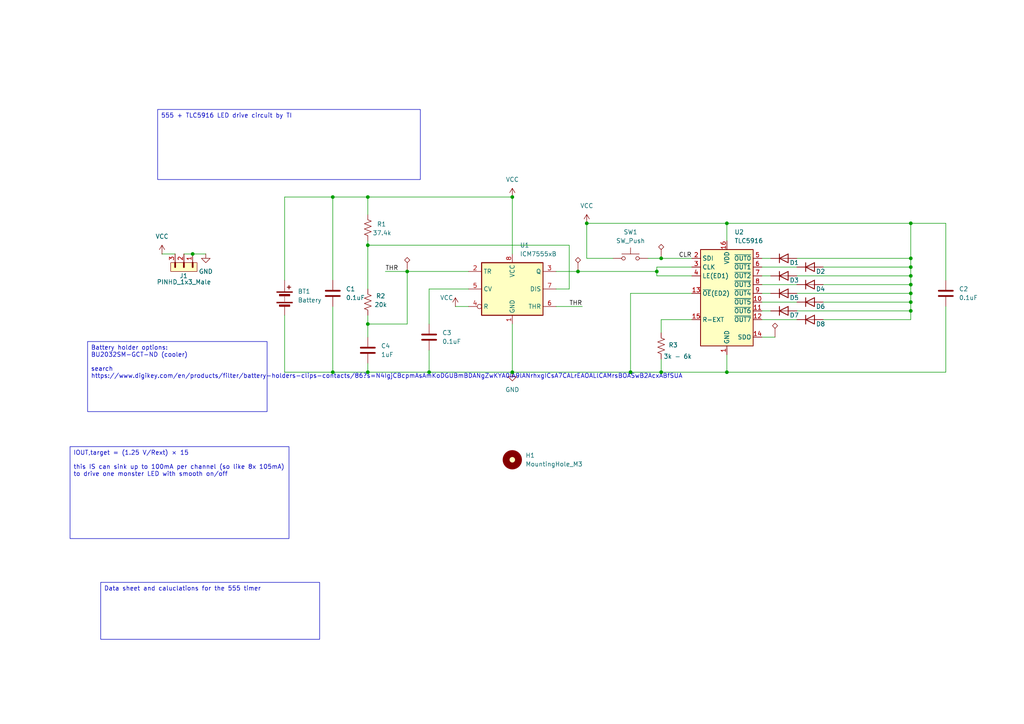
<source format=kicad_sch>
(kicad_sch
	(version 20231120)
	(generator "eeschema")
	(generator_version "8.0")
	(uuid "14efe18d-ef7d-4e40-b23a-c735b38d0794")
	(paper "A4")
	(lib_symbols
		(symbol "Connector:TestPoint_Alt"
			(pin_numbers hide)
			(pin_names
				(offset 0.762) hide)
			(exclude_from_sim no)
			(in_bom yes)
			(on_board yes)
			(property "Reference" "TP"
				(at 0 6.858 0)
				(effects
					(font
						(size 1.27 1.27)
					)
				)
			)
			(property "Value" "TestPoint_Alt"
				(at 0 5.08 0)
				(effects
					(font
						(size 1.27 1.27)
					)
				)
			)
			(property "Footprint" ""
				(at 5.08 0 0)
				(effects
					(font
						(size 1.27 1.27)
					)
					(hide yes)
				)
			)
			(property "Datasheet" "~"
				(at 5.08 0 0)
				(effects
					(font
						(size 1.27 1.27)
					)
					(hide yes)
				)
			)
			(property "Description" "test point (alternative shape)"
				(at 0 0 0)
				(effects
					(font
						(size 1.27 1.27)
					)
					(hide yes)
				)
			)
			(property "ki_keywords" "test point tp"
				(at 0 0 0)
				(effects
					(font
						(size 1.27 1.27)
					)
					(hide yes)
				)
			)
			(property "ki_fp_filters" "Pin* Test*"
				(at 0 0 0)
				(effects
					(font
						(size 1.27 1.27)
					)
					(hide yes)
				)
			)
			(symbol "TestPoint_Alt_0_1"
				(polyline
					(pts
						(xy 0 2.54) (xy -0.762 3.302) (xy 0 4.064) (xy 0.762 3.302) (xy 0 2.54)
					)
					(stroke
						(width 0)
						(type default)
					)
					(fill
						(type none)
					)
				)
			)
			(symbol "TestPoint_Alt_1_1"
				(pin passive line
					(at 0 0 90)
					(length 2.54)
					(name "1"
						(effects
							(font
								(size 1.27 1.27)
							)
						)
					)
					(number "1"
						(effects
							(font
								(size 1.27 1.27)
							)
						)
					)
				)
			)
		)
		(symbol "Device:Battery"
			(pin_numbers hide)
			(pin_names
				(offset 0) hide)
			(exclude_from_sim no)
			(in_bom yes)
			(on_board yes)
			(property "Reference" "BT"
				(at 2.54 2.54 0)
				(effects
					(font
						(size 1.27 1.27)
					)
					(justify left)
				)
			)
			(property "Value" "Battery"
				(at 2.54 0 0)
				(effects
					(font
						(size 1.27 1.27)
					)
					(justify left)
				)
			)
			(property "Footprint" ""
				(at 0 1.524 90)
				(effects
					(font
						(size 1.27 1.27)
					)
					(hide yes)
				)
			)
			(property "Datasheet" "~"
				(at 0 1.524 90)
				(effects
					(font
						(size 1.27 1.27)
					)
					(hide yes)
				)
			)
			(property "Description" "Multiple-cell battery"
				(at 0 0 0)
				(effects
					(font
						(size 1.27 1.27)
					)
					(hide yes)
				)
			)
			(property "ki_keywords" "batt voltage-source cell"
				(at 0 0 0)
				(effects
					(font
						(size 1.27 1.27)
					)
					(hide yes)
				)
			)
			(symbol "Battery_0_1"
				(rectangle
					(start -2.286 -1.27)
					(end 2.286 -1.524)
					(stroke
						(width 0)
						(type default)
					)
					(fill
						(type outline)
					)
				)
				(rectangle
					(start -2.286 1.778)
					(end 2.286 1.524)
					(stroke
						(width 0)
						(type default)
					)
					(fill
						(type outline)
					)
				)
				(rectangle
					(start -1.524 -2.032)
					(end 1.524 -2.54)
					(stroke
						(width 0)
						(type default)
					)
					(fill
						(type outline)
					)
				)
				(rectangle
					(start -1.524 1.016)
					(end 1.524 0.508)
					(stroke
						(width 0)
						(type default)
					)
					(fill
						(type outline)
					)
				)
				(polyline
					(pts
						(xy 0 -1.016) (xy 0 -0.762)
					)
					(stroke
						(width 0)
						(type default)
					)
					(fill
						(type none)
					)
				)
				(polyline
					(pts
						(xy 0 -0.508) (xy 0 -0.254)
					)
					(stroke
						(width 0)
						(type default)
					)
					(fill
						(type none)
					)
				)
				(polyline
					(pts
						(xy 0 0) (xy 0 0.254)
					)
					(stroke
						(width 0)
						(type default)
					)
					(fill
						(type none)
					)
				)
				(polyline
					(pts
						(xy 0 1.778) (xy 0 2.54)
					)
					(stroke
						(width 0)
						(type default)
					)
					(fill
						(type none)
					)
				)
				(polyline
					(pts
						(xy 0.762 3.048) (xy 1.778 3.048)
					)
					(stroke
						(width 0.254)
						(type default)
					)
					(fill
						(type none)
					)
				)
				(polyline
					(pts
						(xy 1.27 3.556) (xy 1.27 2.54)
					)
					(stroke
						(width 0.254)
						(type default)
					)
					(fill
						(type none)
					)
				)
			)
			(symbol "Battery_1_1"
				(pin passive line
					(at 0 5.08 270)
					(length 2.54)
					(name "+"
						(effects
							(font
								(size 1.27 1.27)
							)
						)
					)
					(number "1"
						(effects
							(font
								(size 1.27 1.27)
							)
						)
					)
				)
				(pin passive line
					(at 0 -5.08 90)
					(length 2.54)
					(name "-"
						(effects
							(font
								(size 1.27 1.27)
							)
						)
					)
					(number "2"
						(effects
							(font
								(size 1.27 1.27)
							)
						)
					)
				)
			)
		)
		(symbol "Device:C"
			(pin_numbers hide)
			(pin_names
				(offset 0.254)
			)
			(exclude_from_sim no)
			(in_bom yes)
			(on_board yes)
			(property "Reference" "C"
				(at 0.635 2.54 0)
				(effects
					(font
						(size 1.27 1.27)
					)
					(justify left)
				)
			)
			(property "Value" "C"
				(at 0.635 -2.54 0)
				(effects
					(font
						(size 1.27 1.27)
					)
					(justify left)
				)
			)
			(property "Footprint" ""
				(at 0.9652 -3.81 0)
				(effects
					(font
						(size 1.27 1.27)
					)
					(hide yes)
				)
			)
			(property "Datasheet" "~"
				(at 0 0 0)
				(effects
					(font
						(size 1.27 1.27)
					)
					(hide yes)
				)
			)
			(property "Description" "Unpolarized capacitor"
				(at 0 0 0)
				(effects
					(font
						(size 1.27 1.27)
					)
					(hide yes)
				)
			)
			(property "ki_keywords" "cap capacitor"
				(at 0 0 0)
				(effects
					(font
						(size 1.27 1.27)
					)
					(hide yes)
				)
			)
			(property "ki_fp_filters" "C_*"
				(at 0 0 0)
				(effects
					(font
						(size 1.27 1.27)
					)
					(hide yes)
				)
			)
			(symbol "C_0_1"
				(polyline
					(pts
						(xy -2.032 -0.762) (xy 2.032 -0.762)
					)
					(stroke
						(width 0.508)
						(type default)
					)
					(fill
						(type none)
					)
				)
				(polyline
					(pts
						(xy -2.032 0.762) (xy 2.032 0.762)
					)
					(stroke
						(width 0.508)
						(type default)
					)
					(fill
						(type none)
					)
				)
			)
			(symbol "C_1_1"
				(pin passive line
					(at 0 3.81 270)
					(length 2.794)
					(name "~"
						(effects
							(font
								(size 1.27 1.27)
							)
						)
					)
					(number "1"
						(effects
							(font
								(size 1.27 1.27)
							)
						)
					)
				)
				(pin passive line
					(at 0 -3.81 90)
					(length 2.794)
					(name "~"
						(effects
							(font
								(size 1.27 1.27)
							)
						)
					)
					(number "2"
						(effects
							(font
								(size 1.27 1.27)
							)
						)
					)
				)
			)
		)
		(symbol "Device:D"
			(pin_numbers hide)
			(pin_names
				(offset 1.016) hide)
			(exclude_from_sim no)
			(in_bom yes)
			(on_board yes)
			(property "Reference" "D"
				(at 0 2.54 0)
				(effects
					(font
						(size 1.27 1.27)
					)
				)
			)
			(property "Value" "D"
				(at 0 -2.54 0)
				(effects
					(font
						(size 1.27 1.27)
					)
				)
			)
			(property "Footprint" ""
				(at 0 0 0)
				(effects
					(font
						(size 1.27 1.27)
					)
					(hide yes)
				)
			)
			(property "Datasheet" "~"
				(at 0 0 0)
				(effects
					(font
						(size 1.27 1.27)
					)
					(hide yes)
				)
			)
			(property "Description" "Diode"
				(at 0 0 0)
				(effects
					(font
						(size 1.27 1.27)
					)
					(hide yes)
				)
			)
			(property "Sim.Device" "D"
				(at 0 0 0)
				(effects
					(font
						(size 1.27 1.27)
					)
					(hide yes)
				)
			)
			(property "Sim.Pins" "1=K 2=A"
				(at 0 0 0)
				(effects
					(font
						(size 1.27 1.27)
					)
					(hide yes)
				)
			)
			(property "ki_keywords" "diode"
				(at 0 0 0)
				(effects
					(font
						(size 1.27 1.27)
					)
					(hide yes)
				)
			)
			(property "ki_fp_filters" "TO-???* *_Diode_* *SingleDiode* D_*"
				(at 0 0 0)
				(effects
					(font
						(size 1.27 1.27)
					)
					(hide yes)
				)
			)
			(symbol "D_0_1"
				(polyline
					(pts
						(xy -1.27 1.27) (xy -1.27 -1.27)
					)
					(stroke
						(width 0.254)
						(type default)
					)
					(fill
						(type none)
					)
				)
				(polyline
					(pts
						(xy 1.27 0) (xy -1.27 0)
					)
					(stroke
						(width 0)
						(type default)
					)
					(fill
						(type none)
					)
				)
				(polyline
					(pts
						(xy 1.27 1.27) (xy 1.27 -1.27) (xy -1.27 0) (xy 1.27 1.27)
					)
					(stroke
						(width 0.254)
						(type default)
					)
					(fill
						(type none)
					)
				)
			)
			(symbol "D_1_1"
				(pin passive line
					(at -3.81 0 0)
					(length 2.54)
					(name "K"
						(effects
							(font
								(size 1.27 1.27)
							)
						)
					)
					(number "1"
						(effects
							(font
								(size 1.27 1.27)
							)
						)
					)
				)
				(pin passive line
					(at 3.81 0 180)
					(length 2.54)
					(name "A"
						(effects
							(font
								(size 1.27 1.27)
							)
						)
					)
					(number "2"
						(effects
							(font
								(size 1.27 1.27)
							)
						)
					)
				)
			)
		)
		(symbol "Device:R_US"
			(pin_numbers hide)
			(pin_names
				(offset 0)
			)
			(exclude_from_sim no)
			(in_bom yes)
			(on_board yes)
			(property "Reference" "R"
				(at 2.54 0 90)
				(effects
					(font
						(size 1.27 1.27)
					)
				)
			)
			(property "Value" "R_US"
				(at -2.54 0 90)
				(effects
					(font
						(size 1.27 1.27)
					)
				)
			)
			(property "Footprint" ""
				(at 1.016 -0.254 90)
				(effects
					(font
						(size 1.27 1.27)
					)
					(hide yes)
				)
			)
			(property "Datasheet" "~"
				(at 0 0 0)
				(effects
					(font
						(size 1.27 1.27)
					)
					(hide yes)
				)
			)
			(property "Description" "Resistor, US symbol"
				(at 0 0 0)
				(effects
					(font
						(size 1.27 1.27)
					)
					(hide yes)
				)
			)
			(property "ki_keywords" "R res resistor"
				(at 0 0 0)
				(effects
					(font
						(size 1.27 1.27)
					)
					(hide yes)
				)
			)
			(property "ki_fp_filters" "R_*"
				(at 0 0 0)
				(effects
					(font
						(size 1.27 1.27)
					)
					(hide yes)
				)
			)
			(symbol "R_US_0_1"
				(polyline
					(pts
						(xy 0 -2.286) (xy 0 -2.54)
					)
					(stroke
						(width 0)
						(type default)
					)
					(fill
						(type none)
					)
				)
				(polyline
					(pts
						(xy 0 2.286) (xy 0 2.54)
					)
					(stroke
						(width 0)
						(type default)
					)
					(fill
						(type none)
					)
				)
				(polyline
					(pts
						(xy 0 -0.762) (xy 1.016 -1.143) (xy 0 -1.524) (xy -1.016 -1.905) (xy 0 -2.286)
					)
					(stroke
						(width 0)
						(type default)
					)
					(fill
						(type none)
					)
				)
				(polyline
					(pts
						(xy 0 0.762) (xy 1.016 0.381) (xy 0 0) (xy -1.016 -0.381) (xy 0 -0.762)
					)
					(stroke
						(width 0)
						(type default)
					)
					(fill
						(type none)
					)
				)
				(polyline
					(pts
						(xy 0 2.286) (xy 1.016 1.905) (xy 0 1.524) (xy -1.016 1.143) (xy 0 0.762)
					)
					(stroke
						(width 0)
						(type default)
					)
					(fill
						(type none)
					)
				)
			)
			(symbol "R_US_1_1"
				(pin passive line
					(at 0 3.81 270)
					(length 1.27)
					(name "~"
						(effects
							(font
								(size 1.27 1.27)
							)
						)
					)
					(number "1"
						(effects
							(font
								(size 1.27 1.27)
							)
						)
					)
				)
				(pin passive line
					(at 0 -3.81 90)
					(length 1.27)
					(name "~"
						(effects
							(font
								(size 1.27 1.27)
							)
						)
					)
					(number "2"
						(effects
							(font
								(size 1.27 1.27)
							)
						)
					)
				)
			)
		)
		(symbol "Driver_LED:TLC5916"
			(exclude_from_sim no)
			(in_bom yes)
			(on_board yes)
			(property "Reference" "U"
				(at -7.62 13.97 0)
				(effects
					(font
						(size 1.27 1.27)
					)
				)
			)
			(property "Value" "TLC5916"
				(at -7.62 -16.51 0)
				(effects
					(font
						(size 1.27 1.27)
					)
				)
			)
			(property "Footprint" ""
				(at 0 0 0)
				(effects
					(font
						(size 1.27 1.27)
					)
					(hide yes)
				)
			)
			(property "Datasheet" "https://www.ti.com/lit/ds/symlink/tlc5916.pdf"
				(at 1.27 0 0)
				(effects
					(font
						(size 1.27 1.27)
					)
					(hide yes)
				)
			)
			(property "Description" "8-Channel Constant-Current LED Sink Driver"
				(at 0 0 0)
				(effects
					(font
						(size 1.27 1.27)
					)
					(hide yes)
				)
			)
			(property "ki_keywords" "LED Constant-Current Driver"
				(at 0 0 0)
				(effects
					(font
						(size 1.27 1.27)
					)
					(hide yes)
				)
			)
			(property "ki_fp_filters" "DIP*W7.62mm* SOIC*3.9x9.9mm*P1.27mm* TSSOP*4.4x5mm*P0.65mm*"
				(at 0 0 0)
				(effects
					(font
						(size 1.27 1.27)
					)
					(hide yes)
				)
			)
			(symbol "TLC5916_1_0"
				(pin power_in line
					(at 0 -17.78 90)
					(length 2.54)
					(name "GND"
						(effects
							(font
								(size 1.27 1.27)
							)
						)
					)
					(number "1"
						(effects
							(font
								(size 1.27 1.27)
							)
						)
					)
				)
				(pin open_collector line
					(at 10.16 -2.54 180)
					(length 2.54)
					(name "~{OUT5}"
						(effects
							(font
								(size 1.27 1.27)
							)
						)
					)
					(number "10"
						(effects
							(font
								(size 1.27 1.27)
							)
						)
					)
				)
				(pin open_collector line
					(at 10.16 -5.08 180)
					(length 2.54)
					(name "~{OUT6}"
						(effects
							(font
								(size 1.27 1.27)
							)
						)
					)
					(number "11"
						(effects
							(font
								(size 1.27 1.27)
							)
						)
					)
				)
				(pin open_collector line
					(at 10.16 -7.62 180)
					(length 2.54)
					(name "~{OUT7}"
						(effects
							(font
								(size 1.27 1.27)
							)
						)
					)
					(number "12"
						(effects
							(font
								(size 1.27 1.27)
							)
						)
					)
				)
				(pin passive line
					(at -10.16 0 0)
					(length 2.54)
					(name "~{OE}(ED2)"
						(effects
							(font
								(size 1.27 1.27)
							)
						)
					)
					(number "13"
						(effects
							(font
								(size 1.27 1.27)
							)
						)
					)
				)
				(pin output line
					(at 10.16 -12.7 180)
					(length 2.54)
					(name "SDO"
						(effects
							(font
								(size 1.27 1.27)
							)
						)
					)
					(number "14"
						(effects
							(font
								(size 1.27 1.27)
							)
						)
					)
				)
				(pin input line
					(at -10.16 -7.62 0)
					(length 2.54)
					(name "R-EXT"
						(effects
							(font
								(size 1.27 1.27)
							)
						)
					)
					(number "15"
						(effects
							(font
								(size 1.27 1.27)
							)
						)
					)
				)
				(pin power_in line
					(at 0 15.24 270)
					(length 2.54)
					(name "VDD"
						(effects
							(font
								(size 1.27 1.27)
							)
						)
					)
					(number "16"
						(effects
							(font
								(size 1.27 1.27)
							)
						)
					)
				)
				(pin input line
					(at -10.16 10.16 0)
					(length 2.54)
					(name "SDI"
						(effects
							(font
								(size 1.27 1.27)
							)
						)
					)
					(number "2"
						(effects
							(font
								(size 1.27 1.27)
							)
						)
					)
				)
				(pin input line
					(at -10.16 7.62 0)
					(length 2.54)
					(name "CLK"
						(effects
							(font
								(size 1.27 1.27)
							)
						)
					)
					(number "3"
						(effects
							(font
								(size 1.27 1.27)
							)
						)
					)
				)
				(pin passive line
					(at -10.16 5.08 0)
					(length 2.54)
					(name "LE(ED1)"
						(effects
							(font
								(size 1.27 1.27)
							)
						)
					)
					(number "4"
						(effects
							(font
								(size 1.27 1.27)
							)
						)
					)
				)
				(pin open_collector line
					(at 10.16 10.16 180)
					(length 2.54)
					(name "~{OUT0}"
						(effects
							(font
								(size 1.27 1.27)
							)
						)
					)
					(number "5"
						(effects
							(font
								(size 1.27 1.27)
							)
						)
					)
				)
				(pin open_collector line
					(at 10.16 7.62 180)
					(length 2.54)
					(name "~{OUT1}"
						(effects
							(font
								(size 1.27 1.27)
							)
						)
					)
					(number "6"
						(effects
							(font
								(size 1.27 1.27)
							)
						)
					)
				)
				(pin open_collector line
					(at 10.16 5.08 180)
					(length 2.54)
					(name "~{OUT2}"
						(effects
							(font
								(size 1.27 1.27)
							)
						)
					)
					(number "7"
						(effects
							(font
								(size 1.27 1.27)
							)
						)
					)
				)
				(pin open_collector line
					(at 10.16 2.54 180)
					(length 2.54)
					(name "~{OUT3}"
						(effects
							(font
								(size 1.27 1.27)
							)
						)
					)
					(number "8"
						(effects
							(font
								(size 1.27 1.27)
							)
						)
					)
				)
				(pin open_collector line
					(at 10.16 0 180)
					(length 2.54)
					(name "~{OUT4}"
						(effects
							(font
								(size 1.27 1.27)
							)
						)
					)
					(number "9"
						(effects
							(font
								(size 1.27 1.27)
							)
						)
					)
				)
			)
			(symbol "TLC5916_1_1"
				(rectangle
					(start -7.62 12.7)
					(end 7.62 -15.24)
					(stroke
						(width 0.254)
						(type default)
					)
					(fill
						(type background)
					)
				)
			)
		)
		(symbol "PCM_SL_Mechanical:MountingHole_M3"
			(exclude_from_sim no)
			(in_bom yes)
			(on_board yes)
			(property "Reference" "H"
				(at 0 7.62 0)
				(effects
					(font
						(size 1.27 1.27)
					)
				)
			)
			(property "Value" "MountingHole_M3"
				(at 0 5.08 0)
				(effects
					(font
						(size 1.27 1.27)
					)
				)
			)
			(property "Footprint" "MountingHole:MountingHole_3.2mm_M3"
				(at 0 -3.81 0)
				(effects
					(font
						(size 1.27 1.27)
					)
					(hide yes)
				)
			)
			(property "Datasheet" ""
				(at 0 0 0)
				(effects
					(font
						(size 1.27 1.27)
					)
					(hide yes)
				)
			)
			(property "Description" "3.2mm Diameter Mounting Hole (M3)"
				(at 0 0 0)
				(effects
					(font
						(size 1.27 1.27)
					)
					(hide yes)
				)
			)
			(property "ki_keywords" "Mounting Hole"
				(at 0 0 0)
				(effects
					(font
						(size 1.27 1.27)
					)
					(hide yes)
				)
			)
			(symbol "MountingHole_M3_0_1"
				(circle
					(center 0 0)
					(radius 1.27)
					(stroke
						(width 0)
						(type default)
					)
					(fill
						(type background)
					)
				)
				(circle
					(center 0 0)
					(radius 1.7961)
					(stroke
						(width 2)
						(type default)
					)
					(fill
						(type none)
					)
				)
			)
		)
		(symbol "PCM_SL_Pin_Headers:PINHD_1x3_Male"
			(exclude_from_sim no)
			(in_bom yes)
			(on_board yes)
			(property "Reference" "J"
				(at 0 7.62 0)
				(effects
					(font
						(size 1.27 1.27)
					)
				)
			)
			(property "Value" "PINHD_1x3_Male"
				(at 0 5.08 0)
				(effects
					(font
						(size 1.27 1.27)
					)
				)
			)
			(property "Footprint" "Connector_PinHeader_2.54mm:PinHeader_1x03_P2.54mm_Vertical"
				(at 1.27 -5.08 0)
				(effects
					(font
						(size 1.27 1.27)
					)
					(hide yes)
				)
			)
			(property "Datasheet" ""
				(at 0 8.89 0)
				(effects
					(font
						(size 1.27 1.27)
					)
					(hide yes)
				)
			)
			(property "Description" "Pin Header male with pin space 2.54mm. Pin Count -3"
				(at 0 0 0)
				(effects
					(font
						(size 1.27 1.27)
					)
					(hide yes)
				)
			)
			(property "ki_keywords" "Pin Header"
				(at 0 0 0)
				(effects
					(font
						(size 1.27 1.27)
					)
					(hide yes)
				)
			)
			(property "ki_fp_filters" "PinHeader_1x03_P2.54mm*"
				(at 0 0 0)
				(effects
					(font
						(size 1.27 1.27)
					)
					(hide yes)
				)
			)
			(symbol "PINHD_1x3_Male_0_1"
				(rectangle
					(start -1.27 3.81)
					(end 1.27 -3.81)
					(stroke
						(width 0)
						(type default)
					)
					(fill
						(type background)
					)
				)
				(polyline
					(pts
						(xy -1.27 -2.54) (xy 0 -2.54)
					)
					(stroke
						(width 0.3)
						(type default)
					)
					(fill
						(type none)
					)
				)
				(polyline
					(pts
						(xy -1.27 -2.54) (xy 0 -2.54)
					)
					(stroke
						(width 0.5)
						(type default)
					)
					(fill
						(type none)
					)
				)
				(polyline
					(pts
						(xy -1.27 0) (xy 0 0)
					)
					(stroke
						(width 0.3)
						(type default)
					)
					(fill
						(type none)
					)
				)
				(polyline
					(pts
						(xy -1.27 0) (xy 0 0)
					)
					(stroke
						(width 0.5)
						(type default)
					)
					(fill
						(type none)
					)
				)
				(polyline
					(pts
						(xy -1.27 2.54) (xy 0 2.54)
					)
					(stroke
						(width 0.3)
						(type default)
					)
					(fill
						(type none)
					)
				)
				(polyline
					(pts
						(xy -1.27 2.54) (xy 0 2.54)
					)
					(stroke
						(width 0.5)
						(type default)
					)
					(fill
						(type none)
					)
				)
			)
			(symbol "PINHD_1x3_Male_1_1"
				(pin passive line
					(at -3.81 2.54 0)
					(length 2.54)
					(name ""
						(effects
							(font
								(size 1.27 1.27)
							)
						)
					)
					(number "1"
						(effects
							(font
								(size 1.27 1.27)
							)
						)
					)
				)
				(pin passive line
					(at -3.81 0 0)
					(length 2.54)
					(name ""
						(effects
							(font
								(size 1.27 1.27)
							)
						)
					)
					(number "2"
						(effects
							(font
								(size 1.27 1.27)
							)
						)
					)
				)
				(pin passive line
					(at -3.81 -2.54 0)
					(length 2.54)
					(name ""
						(effects
							(font
								(size 1.27 1.27)
							)
						)
					)
					(number "3"
						(effects
							(font
								(size 1.27 1.27)
							)
						)
					)
				)
			)
		)
		(symbol "Switch:SW_Push"
			(pin_numbers hide)
			(pin_names
				(offset 1.016) hide)
			(exclude_from_sim no)
			(in_bom yes)
			(on_board yes)
			(property "Reference" "SW"
				(at 1.27 2.54 0)
				(effects
					(font
						(size 1.27 1.27)
					)
					(justify left)
				)
			)
			(property "Value" "SW_Push"
				(at 0 -1.524 0)
				(effects
					(font
						(size 1.27 1.27)
					)
				)
			)
			(property "Footprint" ""
				(at 0 5.08 0)
				(effects
					(font
						(size 1.27 1.27)
					)
					(hide yes)
				)
			)
			(property "Datasheet" "~"
				(at 0 5.08 0)
				(effects
					(font
						(size 1.27 1.27)
					)
					(hide yes)
				)
			)
			(property "Description" "Push button switch, generic, two pins"
				(at 0 0 0)
				(effects
					(font
						(size 1.27 1.27)
					)
					(hide yes)
				)
			)
			(property "ki_keywords" "switch normally-open pushbutton push-button"
				(at 0 0 0)
				(effects
					(font
						(size 1.27 1.27)
					)
					(hide yes)
				)
			)
			(symbol "SW_Push_0_1"
				(circle
					(center -2.032 0)
					(radius 0.508)
					(stroke
						(width 0)
						(type default)
					)
					(fill
						(type none)
					)
				)
				(polyline
					(pts
						(xy 0 1.27) (xy 0 3.048)
					)
					(stroke
						(width 0)
						(type default)
					)
					(fill
						(type none)
					)
				)
				(polyline
					(pts
						(xy 2.54 1.27) (xy -2.54 1.27)
					)
					(stroke
						(width 0)
						(type default)
					)
					(fill
						(type none)
					)
				)
				(circle
					(center 2.032 0)
					(radius 0.508)
					(stroke
						(width 0)
						(type default)
					)
					(fill
						(type none)
					)
				)
				(pin passive line
					(at -5.08 0 0)
					(length 2.54)
					(name "1"
						(effects
							(font
								(size 1.27 1.27)
							)
						)
					)
					(number "1"
						(effects
							(font
								(size 1.27 1.27)
							)
						)
					)
				)
				(pin passive line
					(at 5.08 0 180)
					(length 2.54)
					(name "2"
						(effects
							(font
								(size 1.27 1.27)
							)
						)
					)
					(number "2"
						(effects
							(font
								(size 1.27 1.27)
							)
						)
					)
				)
			)
		)
		(symbol "Timer:ICM7555xB"
			(exclude_from_sim no)
			(in_bom yes)
			(on_board yes)
			(property "Reference" "U"
				(at -10.16 8.89 0)
				(effects
					(font
						(size 1.27 1.27)
					)
					(justify left)
				)
			)
			(property "Value" "ICM7555xB"
				(at 2.54 8.89 0)
				(effects
					(font
						(size 1.27 1.27)
					)
					(justify left)
				)
			)
			(property "Footprint" "Package_SO:SOIC-8_3.9x4.9mm_P1.27mm"
				(at 21.59 -10.16 0)
				(effects
					(font
						(size 1.27 1.27)
					)
					(hide yes)
				)
			)
			(property "Datasheet" "http://www.intersil.com/content/dam/Intersil/documents/icm7/icm7555-56.pdf"
				(at 21.59 -10.16 0)
				(effects
					(font
						(size 1.27 1.27)
					)
					(hide yes)
				)
			)
			(property "Description" "CMOS General Purpose Timer, 555 compatible, SOIC-8"
				(at 0 0 0)
				(effects
					(font
						(size 1.27 1.27)
					)
					(hide yes)
				)
			)
			(property "ki_keywords" "single timer 555"
				(at 0 0 0)
				(effects
					(font
						(size 1.27 1.27)
					)
					(hide yes)
				)
			)
			(property "ki_fp_filters" "SOIC*3.9x4.9mm*P1.27mm*"
				(at 0 0 0)
				(effects
					(font
						(size 1.27 1.27)
					)
					(hide yes)
				)
			)
			(symbol "ICM7555xB_0_0"
				(pin power_in line
					(at 0 -10.16 90)
					(length 2.54)
					(name "GND"
						(effects
							(font
								(size 1.27 1.27)
							)
						)
					)
					(number "1"
						(effects
							(font
								(size 1.27 1.27)
							)
						)
					)
				)
				(pin power_in line
					(at 0 10.16 270)
					(length 2.54)
					(name "VCC"
						(effects
							(font
								(size 1.27 1.27)
							)
						)
					)
					(number "8"
						(effects
							(font
								(size 1.27 1.27)
							)
						)
					)
				)
			)
			(symbol "ICM7555xB_0_1"
				(rectangle
					(start -8.89 -7.62)
					(end 8.89 7.62)
					(stroke
						(width 0.254)
						(type default)
					)
					(fill
						(type background)
					)
				)
				(rectangle
					(start -8.89 -7.62)
					(end 8.89 7.62)
					(stroke
						(width 0.254)
						(type default)
					)
					(fill
						(type background)
					)
				)
			)
			(symbol "ICM7555xB_1_1"
				(pin input line
					(at -12.7 5.08 0)
					(length 3.81)
					(name "TR"
						(effects
							(font
								(size 1.27 1.27)
							)
						)
					)
					(number "2"
						(effects
							(font
								(size 1.27 1.27)
							)
						)
					)
				)
				(pin output line
					(at 12.7 5.08 180)
					(length 3.81)
					(name "Q"
						(effects
							(font
								(size 1.27 1.27)
							)
						)
					)
					(number "3"
						(effects
							(font
								(size 1.27 1.27)
							)
						)
					)
				)
				(pin input inverted
					(at -12.7 -5.08 0)
					(length 3.81)
					(name "R"
						(effects
							(font
								(size 1.27 1.27)
							)
						)
					)
					(number "4"
						(effects
							(font
								(size 1.27 1.27)
							)
						)
					)
				)
				(pin input line
					(at -12.7 0 0)
					(length 3.81)
					(name "CV"
						(effects
							(font
								(size 1.27 1.27)
							)
						)
					)
					(number "5"
						(effects
							(font
								(size 1.27 1.27)
							)
						)
					)
				)
				(pin input line
					(at 12.7 -5.08 180)
					(length 3.81)
					(name "THR"
						(effects
							(font
								(size 1.27 1.27)
							)
						)
					)
					(number "6"
						(effects
							(font
								(size 1.27 1.27)
							)
						)
					)
				)
				(pin input line
					(at 12.7 0 180)
					(length 3.81)
					(name "DIS"
						(effects
							(font
								(size 1.27 1.27)
							)
						)
					)
					(number "7"
						(effects
							(font
								(size 1.27 1.27)
							)
						)
					)
				)
			)
		)
		(symbol "power:GND"
			(power)
			(pin_numbers hide)
			(pin_names
				(offset 0) hide)
			(exclude_from_sim no)
			(in_bom yes)
			(on_board yes)
			(property "Reference" "#PWR"
				(at 0 -6.35 0)
				(effects
					(font
						(size 1.27 1.27)
					)
					(hide yes)
				)
			)
			(property "Value" "GND"
				(at 0 -3.81 0)
				(effects
					(font
						(size 1.27 1.27)
					)
				)
			)
			(property "Footprint" ""
				(at 0 0 0)
				(effects
					(font
						(size 1.27 1.27)
					)
					(hide yes)
				)
			)
			(property "Datasheet" ""
				(at 0 0 0)
				(effects
					(font
						(size 1.27 1.27)
					)
					(hide yes)
				)
			)
			(property "Description" "Power symbol creates a global label with name \"GND\" , ground"
				(at 0 0 0)
				(effects
					(font
						(size 1.27 1.27)
					)
					(hide yes)
				)
			)
			(property "ki_keywords" "global power"
				(at 0 0 0)
				(effects
					(font
						(size 1.27 1.27)
					)
					(hide yes)
				)
			)
			(symbol "GND_0_1"
				(polyline
					(pts
						(xy 0 0) (xy 0 -1.27) (xy 1.27 -1.27) (xy 0 -2.54) (xy -1.27 -1.27) (xy 0 -1.27)
					)
					(stroke
						(width 0)
						(type default)
					)
					(fill
						(type none)
					)
				)
			)
			(symbol "GND_1_1"
				(pin power_in line
					(at 0 0 270)
					(length 0)
					(name "~"
						(effects
							(font
								(size 1.27 1.27)
							)
						)
					)
					(number "1"
						(effects
							(font
								(size 1.27 1.27)
							)
						)
					)
				)
			)
		)
		(symbol "power:VCC"
			(power)
			(pin_numbers hide)
			(pin_names
				(offset 0) hide)
			(exclude_from_sim no)
			(in_bom yes)
			(on_board yes)
			(property "Reference" "#PWR"
				(at 0 -3.81 0)
				(effects
					(font
						(size 1.27 1.27)
					)
					(hide yes)
				)
			)
			(property "Value" "VCC"
				(at 0 3.556 0)
				(effects
					(font
						(size 1.27 1.27)
					)
				)
			)
			(property "Footprint" ""
				(at 0 0 0)
				(effects
					(font
						(size 1.27 1.27)
					)
					(hide yes)
				)
			)
			(property "Datasheet" ""
				(at 0 0 0)
				(effects
					(font
						(size 1.27 1.27)
					)
					(hide yes)
				)
			)
			(property "Description" "Power symbol creates a global label with name \"VCC\""
				(at 0 0 0)
				(effects
					(font
						(size 1.27 1.27)
					)
					(hide yes)
				)
			)
			(property "ki_keywords" "global power"
				(at 0 0 0)
				(effects
					(font
						(size 1.27 1.27)
					)
					(hide yes)
				)
			)
			(symbol "VCC_0_1"
				(polyline
					(pts
						(xy -0.762 1.27) (xy 0 2.54)
					)
					(stroke
						(width 0)
						(type default)
					)
					(fill
						(type none)
					)
				)
				(polyline
					(pts
						(xy 0 0) (xy 0 2.54)
					)
					(stroke
						(width 0)
						(type default)
					)
					(fill
						(type none)
					)
				)
				(polyline
					(pts
						(xy 0 2.54) (xy 0.762 1.27)
					)
					(stroke
						(width 0)
						(type default)
					)
					(fill
						(type none)
					)
				)
			)
			(symbol "VCC_1_1"
				(pin power_in line
					(at 0 0 90)
					(length 0)
					(name "~"
						(effects
							(font
								(size 1.27 1.27)
							)
						)
					)
					(number "1"
						(effects
							(font
								(size 1.27 1.27)
							)
						)
					)
				)
			)
		)
	)
	(junction
		(at 191.77 107.95)
		(diameter 0)
		(color 0 0 0 0)
		(uuid "064c5acc-d466-45cc-919b-dea17434ab11")
	)
	(junction
		(at 210.82 107.95)
		(diameter 0)
		(color 0 0 0 0)
		(uuid "07a74f61-4df4-4701-93e0-b4f5ca23a387")
	)
	(junction
		(at 106.68 71.12)
		(diameter 0)
		(color 0 0 0 0)
		(uuid "09f62bc5-7ef8-4cb9-8b31-77fee1996744")
	)
	(junction
		(at 124.46 107.95)
		(diameter 0)
		(color 0 0 0 0)
		(uuid "12e60b67-fba9-4650-aa14-c77864661c50")
	)
	(junction
		(at 118.11 78.74)
		(diameter 0)
		(color 0 0 0 0)
		(uuid "145418d2-1fdd-4749-91a9-e2039bd97eec")
	)
	(junction
		(at 264.16 87.63)
		(diameter 0)
		(color 0 0 0 0)
		(uuid "1460a1b8-d01a-4409-a101-65d18dd726fe")
	)
	(junction
		(at 264.16 80.01)
		(diameter 0)
		(color 0 0 0 0)
		(uuid "16dd39ba-8df2-4d34-9290-10f7d9fc4728")
	)
	(junction
		(at 55.88 73.66)
		(diameter 0)
		(color 0 0 0 0)
		(uuid "2006d284-1277-4de5-8f2e-f66cbbd3036f")
	)
	(junction
		(at 96.52 57.15)
		(diameter 0)
		(color 0 0 0 0)
		(uuid "2a5a2e87-34fb-4991-9dbf-404939f4a632")
	)
	(junction
		(at 148.59 107.95)
		(diameter 0)
		(color 0 0 0 0)
		(uuid "2e6250f1-4550-4298-afdd-227209e6bb42")
	)
	(junction
		(at 191.77 74.93)
		(diameter 0)
		(color 0 0 0 0)
		(uuid "2f9a621f-17ab-4705-b090-5c90fb820042")
	)
	(junction
		(at 264.16 64.77)
		(diameter 0)
		(color 0 0 0 0)
		(uuid "4ad9004d-f795-4bb0-b6fa-ae291b7f1466")
	)
	(junction
		(at 264.16 85.09)
		(diameter 0)
		(color 0 0 0 0)
		(uuid "4ea9d627-ce5d-45b4-912b-1314e507f608")
	)
	(junction
		(at 106.68 57.15)
		(diameter 0)
		(color 0 0 0 0)
		(uuid "5fd4c59c-5a2f-4dc9-bc0c-872bb92a7904")
	)
	(junction
		(at 170.18 64.77)
		(diameter 0)
		(color 0 0 0 0)
		(uuid "758c1c3c-225d-43e3-b2d0-ec4974743d70")
	)
	(junction
		(at 210.82 64.77)
		(diameter 0)
		(color 0 0 0 0)
		(uuid "95c20f11-ef3a-4d50-993d-174cea298b5e")
	)
	(junction
		(at 190.5 78.74)
		(diameter 0)
		(color 0 0 0 0)
		(uuid "9cd697ae-52fd-48a8-ae5c-5c96144eab77")
	)
	(junction
		(at 264.16 90.17)
		(diameter 0)
		(color 0 0 0 0)
		(uuid "9dddca0c-4271-4494-bc37-e450f389490d")
	)
	(junction
		(at 264.16 77.47)
		(diameter 0)
		(color 0 0 0 0)
		(uuid "a504567f-ee28-462a-8202-1ec3528a5f3e")
	)
	(junction
		(at 106.68 93.98)
		(diameter 0)
		(color 0 0 0 0)
		(uuid "b3398cb8-9a7a-41d0-beb9-b4fc2d723ffb")
	)
	(junction
		(at 148.59 57.15)
		(diameter 0)
		(color 0 0 0 0)
		(uuid "c92612b3-130d-41e6-90e9-b78ac9da23ff")
	)
	(junction
		(at 96.52 107.95)
		(diameter 0)
		(color 0 0 0 0)
		(uuid "c94f1f41-63b8-4e88-a253-2096d5f0171e")
	)
	(junction
		(at 264.16 74.93)
		(diameter 0)
		(color 0 0 0 0)
		(uuid "d740a71e-a9e4-427c-84a2-5bd36b17bd69")
	)
	(junction
		(at 167.64 78.74)
		(diameter 0)
		(color 0 0 0 0)
		(uuid "dc38e735-3a8c-4128-98a0-4e8be5427b00")
	)
	(junction
		(at 264.16 82.55)
		(diameter 0)
		(color 0 0 0 0)
		(uuid "e343ab62-1715-4bc5-bfcc-29e2d8a0ccd2")
	)
	(junction
		(at 182.88 107.95)
		(diameter 0)
		(color 0 0 0 0)
		(uuid "e84df045-be6b-421a-8254-64ea1557a72d")
	)
	(junction
		(at 106.68 107.95)
		(diameter 0)
		(color 0 0 0 0)
		(uuid "f63a7433-96ee-41d1-806f-07bc7418ca6d")
	)
	(wire
		(pts
			(xy 238.76 77.47) (xy 264.16 77.47)
		)
		(stroke
			(width 0)
			(type default)
		)
		(uuid "00e24ba1-9fc6-4dd8-b78c-79cfd79668e3")
	)
	(wire
		(pts
			(xy 231.14 74.93) (xy 264.16 74.93)
		)
		(stroke
			(width 0)
			(type default)
		)
		(uuid "04c3f9fe-46b8-4ea2-b661-de0a4586007a")
	)
	(wire
		(pts
			(xy 264.16 64.77) (xy 274.32 64.77)
		)
		(stroke
			(width 0)
			(type default)
		)
		(uuid "08a2afe4-15f8-4e52-aa93-38caa64a73bc")
	)
	(wire
		(pts
			(xy 124.46 101.6) (xy 124.46 107.95)
		)
		(stroke
			(width 0)
			(type default)
		)
		(uuid "0b2c4cfd-bd1a-4ba6-a5d8-520fc185167c")
	)
	(wire
		(pts
			(xy 106.68 71.12) (xy 165.1 71.12)
		)
		(stroke
			(width 0)
			(type default)
		)
		(uuid "0f2d85c5-170c-4222-8653-17921912b40b")
	)
	(wire
		(pts
			(xy 96.52 57.15) (xy 96.52 81.28)
		)
		(stroke
			(width 0)
			(type default)
		)
		(uuid "0fbe9f76-f48f-4f38-a0a7-2eb4d400e50a")
	)
	(wire
		(pts
			(xy 231.14 90.17) (xy 264.16 90.17)
		)
		(stroke
			(width 0)
			(type default)
		)
		(uuid "11675bf0-b1c3-4465-81eb-53f38e4fe979")
	)
	(wire
		(pts
			(xy 118.11 78.74) (xy 135.89 78.74)
		)
		(stroke
			(width 0)
			(type default)
		)
		(uuid "12499f25-07b0-4560-9ba1-352744fc3c6e")
	)
	(wire
		(pts
			(xy 148.59 107.95) (xy 182.88 107.95)
		)
		(stroke
			(width 0)
			(type default)
		)
		(uuid "14759d3a-88ca-4bdf-8346-025a8d4e7ea3")
	)
	(wire
		(pts
			(xy 96.52 57.15) (xy 106.68 57.15)
		)
		(stroke
			(width 0)
			(type default)
		)
		(uuid "1e3d0579-f309-4e23-82ee-168369b14490")
	)
	(wire
		(pts
			(xy 170.18 74.93) (xy 170.18 64.77)
		)
		(stroke
			(width 0)
			(type default)
		)
		(uuid "23b66b81-320c-4524-8c0c-3acc66de553e")
	)
	(wire
		(pts
			(xy 177.8 74.93) (xy 170.18 74.93)
		)
		(stroke
			(width 0)
			(type default)
		)
		(uuid "23ef95a1-9289-4015-87fa-68a22ead7ea8")
	)
	(wire
		(pts
			(xy 264.16 77.47) (xy 264.16 80.01)
		)
		(stroke
			(width 0)
			(type default)
		)
		(uuid "2457f9b8-cc27-4622-9161-96cbdddaf701")
	)
	(wire
		(pts
			(xy 220.98 85.09) (xy 223.52 85.09)
		)
		(stroke
			(width 0)
			(type default)
		)
		(uuid "2760f5e8-4ee0-4feb-8016-8fbaf81ef1d4")
	)
	(wire
		(pts
			(xy 220.98 90.17) (xy 223.52 90.17)
		)
		(stroke
			(width 0)
			(type default)
		)
		(uuid "27fde73f-86d0-47ee-bd14-95b05d22bd73")
	)
	(wire
		(pts
			(xy 135.89 83.82) (xy 124.46 83.82)
		)
		(stroke
			(width 0)
			(type default)
		)
		(uuid "2c0c43ad-08e0-43cf-8758-e3d5e0e99db8")
	)
	(wire
		(pts
			(xy 106.68 93.98) (xy 106.68 97.79)
		)
		(stroke
			(width 0)
			(type default)
		)
		(uuid "2da89653-0a2e-4190-95d4-d47d626bea1b")
	)
	(wire
		(pts
			(xy 264.16 74.93) (xy 264.16 77.47)
		)
		(stroke
			(width 0)
			(type default)
		)
		(uuid "36347638-3778-4135-bc30-d93147e1c8d4")
	)
	(wire
		(pts
			(xy 148.59 93.98) (xy 148.59 107.95)
		)
		(stroke
			(width 0)
			(type default)
		)
		(uuid "3ebdb878-5b97-4428-b95e-01804ecb34a4")
	)
	(wire
		(pts
			(xy 238.76 87.63) (xy 264.16 87.63)
		)
		(stroke
			(width 0)
			(type default)
		)
		(uuid "43de08ab-be5e-4918-8137-fcc7baa2253d")
	)
	(wire
		(pts
			(xy 264.16 80.01) (xy 264.16 82.55)
		)
		(stroke
			(width 0)
			(type default)
		)
		(uuid "463f8f43-bbb7-4f49-9662-73e4b8f836a2")
	)
	(wire
		(pts
			(xy 82.55 107.95) (xy 96.52 107.95)
		)
		(stroke
			(width 0)
			(type default)
		)
		(uuid "47e72454-7438-4179-b208-e803ed4608d4")
	)
	(wire
		(pts
			(xy 55.88 73.66) (xy 59.69 73.66)
		)
		(stroke
			(width 0)
			(type default)
		)
		(uuid "48e64029-9895-453a-bacd-dce1a02096df")
	)
	(wire
		(pts
			(xy 170.18 64.77) (xy 210.82 64.77)
		)
		(stroke
			(width 0)
			(type default)
		)
		(uuid "49aedfa4-4160-4261-a9d1-aab4517472f4")
	)
	(wire
		(pts
			(xy 106.68 57.15) (xy 148.59 57.15)
		)
		(stroke
			(width 0)
			(type default)
		)
		(uuid "4adb1398-7e72-4eaf-aca7-0fd98e249102")
	)
	(wire
		(pts
			(xy 220.98 77.47) (xy 231.14 77.47)
		)
		(stroke
			(width 0)
			(type default)
		)
		(uuid "4bebbf15-c414-471d-8093-716d9ec895eb")
	)
	(wire
		(pts
			(xy 220.98 82.55) (xy 231.14 82.55)
		)
		(stroke
			(width 0)
			(type default)
		)
		(uuid "4ca764ea-c211-43bc-89f0-ae7308f9b94b")
	)
	(wire
		(pts
			(xy 168.91 88.9) (xy 161.29 88.9)
		)
		(stroke
			(width 0)
			(type default)
		)
		(uuid "4ec73b8e-fdf2-4874-bb67-e883353888b8")
	)
	(wire
		(pts
			(xy 191.77 74.93) (xy 200.66 74.93)
		)
		(stroke
			(width 0)
			(type default)
		)
		(uuid "52b1d207-8fd5-4a5e-af04-548e9b1a1311")
	)
	(wire
		(pts
			(xy 82.55 57.15) (xy 96.52 57.15)
		)
		(stroke
			(width 0)
			(type default)
		)
		(uuid "53d2ea02-5359-41d0-8a46-96f486cba0c2")
	)
	(wire
		(pts
			(xy 264.16 85.09) (xy 264.16 87.63)
		)
		(stroke
			(width 0)
			(type default)
		)
		(uuid "57abb2f0-3814-4e3d-96d1-79b4553db054")
	)
	(wire
		(pts
			(xy 118.11 93.98) (xy 118.11 78.74)
		)
		(stroke
			(width 0)
			(type default)
		)
		(uuid "5a105b3b-c5ae-44ef-9744-62e25639cf45")
	)
	(wire
		(pts
			(xy 82.55 81.28) (xy 82.55 57.15)
		)
		(stroke
			(width 0)
			(type default)
		)
		(uuid "5c085ec8-4ccf-475b-a76c-fb2356e7e257")
	)
	(wire
		(pts
			(xy 264.16 64.77) (xy 210.82 64.77)
		)
		(stroke
			(width 0)
			(type default)
		)
		(uuid "5d817067-1584-4129-914b-62a21830fb99")
	)
	(wire
		(pts
			(xy 182.88 85.09) (xy 182.88 107.95)
		)
		(stroke
			(width 0)
			(type default)
		)
		(uuid "5e38ea45-149c-4cdf-a702-d1594586ec2d")
	)
	(wire
		(pts
			(xy 165.1 83.82) (xy 165.1 71.12)
		)
		(stroke
			(width 0)
			(type default)
		)
		(uuid "60e091eb-bdfa-4053-9331-4a5972eb21e5")
	)
	(wire
		(pts
			(xy 161.29 83.82) (xy 165.1 83.82)
		)
		(stroke
			(width 0)
			(type default)
		)
		(uuid "63e97dd0-1ee8-4674-bdf9-79d488f49e6e")
	)
	(wire
		(pts
			(xy 274.32 81.28) (xy 274.32 64.77)
		)
		(stroke
			(width 0)
			(type default)
		)
		(uuid "6bf7dd5f-43c5-4cfa-8935-dc0047829071")
	)
	(wire
		(pts
			(xy 200.66 77.47) (xy 190.5 77.47)
		)
		(stroke
			(width 0)
			(type default)
		)
		(uuid "6ec76546-ae40-408f-8970-161a449f13d5")
	)
	(wire
		(pts
			(xy 220.98 97.79) (xy 224.79 97.79)
		)
		(stroke
			(width 0)
			(type default)
		)
		(uuid "6f60a299-9fe6-41b5-9089-a7a6f2d6af73")
	)
	(wire
		(pts
			(xy 220.98 92.71) (xy 231.14 92.71)
		)
		(stroke
			(width 0)
			(type default)
		)
		(uuid "6fa2358d-7b4b-4337-b507-e2d8e578e92b")
	)
	(wire
		(pts
			(xy 161.29 78.74) (xy 167.64 78.74)
		)
		(stroke
			(width 0)
			(type default)
		)
		(uuid "709aca79-33e7-4354-8711-66dc8c28b665")
	)
	(wire
		(pts
			(xy 238.76 92.71) (xy 264.16 92.71)
		)
		(stroke
			(width 0)
			(type default)
		)
		(uuid "744ce076-0b42-42df-9e33-e66078904b83")
	)
	(wire
		(pts
			(xy 106.68 107.95) (xy 124.46 107.95)
		)
		(stroke
			(width 0)
			(type default)
		)
		(uuid "7b9f1e15-04bb-4d93-bce4-5fe68dc5799c")
	)
	(wire
		(pts
			(xy 191.77 107.95) (xy 210.82 107.95)
		)
		(stroke
			(width 0)
			(type default)
		)
		(uuid "7c025286-bc83-445c-b0ac-19f797051716")
	)
	(wire
		(pts
			(xy 135.89 88.9) (xy 132.08 88.9)
		)
		(stroke
			(width 0)
			(type default)
		)
		(uuid "7c8574d8-f9dd-44ed-acd6-a266a723897f")
	)
	(wire
		(pts
			(xy 106.68 105.41) (xy 106.68 107.95)
		)
		(stroke
			(width 0)
			(type default)
		)
		(uuid "7da29a96-9ec0-461e-a6f0-c5bba6a9fdf7")
	)
	(wire
		(pts
			(xy 200.66 80.01) (xy 190.5 80.01)
		)
		(stroke
			(width 0)
			(type default)
		)
		(uuid "7ec39339-f53b-4bf8-a283-9f8b8ea5b40c")
	)
	(wire
		(pts
			(xy 200.66 85.09) (xy 182.88 85.09)
		)
		(stroke
			(width 0)
			(type default)
		)
		(uuid "80e176e9-9ed8-4ff9-8643-9cc59f935015")
	)
	(wire
		(pts
			(xy 210.82 107.95) (xy 274.32 107.95)
		)
		(stroke
			(width 0)
			(type default)
		)
		(uuid "8193877e-4b3a-417e-aafd-7417e9bea6d1")
	)
	(wire
		(pts
			(xy 82.55 91.44) (xy 82.55 107.95)
		)
		(stroke
			(width 0)
			(type default)
		)
		(uuid "86313c47-c0ef-401c-9104-f4c1309a5e4a")
	)
	(wire
		(pts
			(xy 210.82 107.95) (xy 210.82 102.87)
		)
		(stroke
			(width 0)
			(type default)
		)
		(uuid "896a836f-f497-47ff-a5e6-858c4de61e66")
	)
	(wire
		(pts
			(xy 264.16 90.17) (xy 264.16 92.71)
		)
		(stroke
			(width 0)
			(type default)
		)
		(uuid "8bca7174-d79a-4161-8152-069ddbab0ed7")
	)
	(wire
		(pts
			(xy 231.14 80.01) (xy 264.16 80.01)
		)
		(stroke
			(width 0)
			(type default)
		)
		(uuid "903fd3fb-1e5d-440d-ad9e-9e2586280be7")
	)
	(wire
		(pts
			(xy 264.16 87.63) (xy 264.16 90.17)
		)
		(stroke
			(width 0)
			(type default)
		)
		(uuid "931fc640-8f34-44d7-b762-b7004066b302")
	)
	(wire
		(pts
			(xy 191.77 92.71) (xy 191.77 96.52)
		)
		(stroke
			(width 0)
			(type default)
		)
		(uuid "982b7962-3142-4c1e-aec3-64d2f69296a5")
	)
	(wire
		(pts
			(xy 182.88 107.95) (xy 191.77 107.95)
		)
		(stroke
			(width 0)
			(type default)
		)
		(uuid "98e00204-a228-4ea4-afff-ed94e612b0df")
	)
	(wire
		(pts
			(xy 124.46 107.95) (xy 148.59 107.95)
		)
		(stroke
			(width 0)
			(type default)
		)
		(uuid "9c85fc72-6ba0-413f-af35-c094d29999b5")
	)
	(wire
		(pts
			(xy 220.98 80.01) (xy 223.52 80.01)
		)
		(stroke
			(width 0)
			(type default)
		)
		(uuid "9db1e641-b41d-43a6-9377-e5c359af28a7")
	)
	(wire
		(pts
			(xy 53.34 73.66) (xy 55.88 73.66)
		)
		(stroke
			(width 0)
			(type default)
		)
		(uuid "a0384ef8-e223-4499-8e56-71119259474d")
	)
	(wire
		(pts
			(xy 96.52 107.95) (xy 106.68 107.95)
		)
		(stroke
			(width 0)
			(type default)
		)
		(uuid "a378119f-2fff-4741-afeb-72f7deb0bc7f")
	)
	(wire
		(pts
			(xy 106.68 57.15) (xy 106.68 62.23)
		)
		(stroke
			(width 0)
			(type default)
		)
		(uuid "a7edfaec-56b8-49b8-9e8a-179b549c8bd2")
	)
	(wire
		(pts
			(xy 231.14 85.09) (xy 264.16 85.09)
		)
		(stroke
			(width 0)
			(type default)
		)
		(uuid "a8c65435-931b-473c-b8bc-80d025675ed9")
	)
	(wire
		(pts
			(xy 106.68 93.98) (xy 118.11 93.98)
		)
		(stroke
			(width 0)
			(type default)
		)
		(uuid "ae5101ec-009d-467d-bd1d-82baa0d03444")
	)
	(wire
		(pts
			(xy 46.99 73.66) (xy 50.8 73.66)
		)
		(stroke
			(width 0)
			(type default)
		)
		(uuid "afd9cf22-a776-432e-98d6-43d463935d14")
	)
	(wire
		(pts
			(xy 220.98 87.63) (xy 231.14 87.63)
		)
		(stroke
			(width 0)
			(type default)
		)
		(uuid "aff1cfbb-86c1-4f0a-be92-18a44d0ef732")
	)
	(wire
		(pts
			(xy 106.68 71.12) (xy 106.68 83.82)
		)
		(stroke
			(width 0)
			(type default)
		)
		(uuid "b0c5801e-24a2-4f1c-a0e8-5600040a5c2c")
	)
	(wire
		(pts
			(xy 191.77 104.14) (xy 191.77 107.95)
		)
		(stroke
			(width 0)
			(type default)
		)
		(uuid "b898b12d-ec3c-428e-83e6-86add5e1bcf7")
	)
	(wire
		(pts
			(xy 187.96 74.93) (xy 191.77 74.93)
		)
		(stroke
			(width 0)
			(type default)
		)
		(uuid "bc1611ca-6117-41b5-b379-17f7445023d6")
	)
	(wire
		(pts
			(xy 200.66 92.71) (xy 191.77 92.71)
		)
		(stroke
			(width 0)
			(type default)
		)
		(uuid "bf5266ba-0175-4d4d-9f40-f2d78eecdfb3")
	)
	(wire
		(pts
			(xy 238.76 82.55) (xy 264.16 82.55)
		)
		(stroke
			(width 0)
			(type default)
		)
		(uuid "bff56475-190c-46cc-a82c-3259f252d3a0")
	)
	(wire
		(pts
			(xy 210.82 64.77) (xy 210.82 69.85)
		)
		(stroke
			(width 0)
			(type default)
		)
		(uuid "c35e8e56-ddaa-4e7a-b38a-d149c074732f")
	)
	(wire
		(pts
			(xy 106.68 69.85) (xy 106.68 71.12)
		)
		(stroke
			(width 0)
			(type default)
		)
		(uuid "c40ebb76-a33d-4640-9f54-7d8eb43fe83d")
	)
	(wire
		(pts
			(xy 264.16 82.55) (xy 264.16 85.09)
		)
		(stroke
			(width 0)
			(type default)
		)
		(uuid "c61e2ef7-2019-421f-bf1f-2397bdb51f10")
	)
	(wire
		(pts
			(xy 220.98 74.93) (xy 223.52 74.93)
		)
		(stroke
			(width 0)
			(type default)
		)
		(uuid "c73a50b5-dffe-4664-9bf6-9d7a646ebe10")
	)
	(wire
		(pts
			(xy 167.64 78.74) (xy 190.5 78.74)
		)
		(stroke
			(width 0)
			(type default)
		)
		(uuid "ccfa7f52-4116-46f3-a343-8299638c87c0")
	)
	(wire
		(pts
			(xy 96.52 88.9) (xy 96.52 107.95)
		)
		(stroke
			(width 0)
			(type default)
		)
		(uuid "d3b7a628-8d12-405e-ac38-6ec28ad32dae")
	)
	(wire
		(pts
			(xy 190.5 80.01) (xy 190.5 78.74)
		)
		(stroke
			(width 0)
			(type default)
		)
		(uuid "d72aabb9-2034-47ee-a192-9a26bc8c6b26")
	)
	(wire
		(pts
			(xy 274.32 88.9) (xy 274.32 107.95)
		)
		(stroke
			(width 0)
			(type default)
		)
		(uuid "dd673d5b-4fed-4c57-84ac-311a601bb828")
	)
	(wire
		(pts
			(xy 264.16 64.77) (xy 264.16 74.93)
		)
		(stroke
			(width 0)
			(type default)
		)
		(uuid "e5f0b192-e815-4ad4-b1eb-1f65bead8106")
	)
	(wire
		(pts
			(xy 111.76 78.74) (xy 118.11 78.74)
		)
		(stroke
			(width 0)
			(type default)
		)
		(uuid "ed1e30bb-1edc-44ab-b3a8-5cd771f40943")
	)
	(wire
		(pts
			(xy 124.46 83.82) (xy 124.46 93.98)
		)
		(stroke
			(width 0)
			(type default)
		)
		(uuid "ee62a89e-92e5-4d76-8255-e10defdb1843")
	)
	(wire
		(pts
			(xy 106.68 91.44) (xy 106.68 93.98)
		)
		(stroke
			(width 0)
			(type default)
		)
		(uuid "ef88d552-1056-43b5-a8d3-794692da0424")
	)
	(wire
		(pts
			(xy 148.59 73.66) (xy 148.59 57.15)
		)
		(stroke
			(width 0)
			(type default)
		)
		(uuid "f3c5f881-cff8-405f-bc7b-c0ac04648300")
	)
	(wire
		(pts
			(xy 190.5 77.47) (xy 190.5 78.74)
		)
		(stroke
			(width 0)
			(type default)
		)
		(uuid "fe5b7c17-0798-474b-a583-8acf7b6d185d")
	)
	(text_box "Battery holder options:\nBU2032SM-GCT-ND (cooler)\n\nsearch\nhttps://www.digikey.com/en/products/filter/battery-holders-clips-contacts/86?s=N4IgjCBcpmAsAmKoDGUBmBDANgZwKYA0IA9lANrhxgICsA7CALrEAOALlCAMrsBOASwB2AcxABfSUA"
		(exclude_from_sim no)
		(at 25.4 99.06 0)
		(size 52.07 20.32)
		(stroke
			(width 0)
			(type default)
		)
		(fill
			(type none)
		)
		(effects
			(font
				(size 1.27 1.27)
			)
			(justify left top)
		)
		(uuid "42dfedaa-dace-43cb-9c9d-dc5f221af596")
	)
	(text_box "555 + TLC5916 LED drive circuit by TI"
		(exclude_from_sim no)
		(at 45.72 31.75 0)
		(size 76.2 20.32)
		(stroke
			(width 0)
			(type default)
		)
		(fill
			(type none)
		)
		(effects
			(font
				(size 1.27 1.27)
			)
			(justify left top)
			(href "https://www.ti.com/lit/an/slva346/slva346.pdf?ts=1731359344476&ref_url=https%253A%252F%252Fwww.google.com%252F")
		)
		(uuid "57d7b0e7-b76e-4c21-8485-2e8fcccb7a08")
	)
	(text_box "Data sheet and caluclations for the 555 timer"
		(exclude_from_sim no)
		(at 29.21 168.91 0)
		(size 63.5 16.51)
		(stroke
			(width 0)
			(type default)
		)
		(fill
			(type none)
		)
		(effects
			(font
				(size 1.27 1.27)
			)
			(justify left top)
			(href "https://www.ti.com/lit/ds/symlink/tlc555.pdf")
		)
		(uuid "6eb184e1-1afe-4f7d-95ec-c426c5fb1d68")
	)
	(text_box "IOUT,target = (1.25 V/Rext) × 15\n\nthis IS can sink up to 100mA per channel (so like 8x 105mA) to drive one monster LED with smooth on/off"
		(exclude_from_sim no)
		(at 20.32 129.54 0)
		(size 63.5 26.67)
		(stroke
			(width 0)
			(type default)
		)
		(fill
			(type none)
		)
		(effects
			(font
				(size 1.27 1.27)
			)
			(justify left top)
		)
		(uuid "8740af9d-dbc9-4a21-8975-7f35f417f3bf")
	)
	(text_box "to do:\n1)\n2) \n3) \n4) \n4) \n6) \n8)\n\nDONE\n7) tweaked footprint for the SMD button\n1) Battery holder fixed, added Bsilk polarity marks\n2) combine C3 and C1,C2 in BOM details\n3) footprint change to fit smaller SW1 switch\n4) Changed C4 value to 1uF (current pF values make it run at 12Khz which you cannot see the LEDs cycle)\n8)  VCC and GND input holes. Make spacing fit 0.1\"x 3 header\n9) add component values to F.silkscreen layer\n11) Add the freq calc to back of board"
		(exclude_from_sim no)
		(at -66.04 57.15 0)
		(size 50.8 49.53)
		(stroke
			(width 0)
			(type default)
		)
		(fill
			(type none)
		)
		(effects
			(font
				(size 1.27 1.27)
			)
			(justify left top)
		)
		(uuid "bc932a63-aeca-4ed3-adcc-0875b33abdb1")
	)
	(label "THR"
		(at 165.1 88.9 0)
		(fields_autoplaced yes)
		(effects
			(font
				(size 1.27 1.27)
			)
			(justify left bottom)
		)
		(uuid "6fbc54e6-7599-4782-934c-235d4dd56206")
	)
	(label "THR"
		(at 111.76 78.74 0)
		(fields_autoplaced yes)
		(effects
			(font
				(size 1.27 1.27)
			)
			(justify left bottom)
		)
		(uuid "a543916c-cf70-4f25-8c24-6ff444dfca9d")
	)
	(label "CLR"
		(at 196.85 74.93 0)
		(fields_autoplaced yes)
		(effects
			(font
				(size 1.27 1.27)
			)
			(justify left bottom)
		)
		(uuid "b8ab814a-2e82-409a-870e-c3e176637069")
	)
	(symbol
		(lib_id "power:GND")
		(at 59.69 73.66 0)
		(unit 1)
		(exclude_from_sim no)
		(in_bom yes)
		(on_board yes)
		(dnp no)
		(fields_autoplaced yes)
		(uuid "14e0fb62-8353-412e-a069-9f1d18723f29")
		(property "Reference" "#PWR04"
			(at 59.69 80.01 0)
			(effects
				(font
					(size 1.27 1.27)
				)
				(hide yes)
			)
		)
		(property "Value" "GND"
			(at 59.69 78.74 0)
			(effects
				(font
					(size 1.27 1.27)
				)
			)
		)
		(property "Footprint" ""
			(at 59.69 73.66 0)
			(effects
				(font
					(size 1.27 1.27)
				)
				(hide yes)
			)
		)
		(property "Datasheet" ""
			(at 59.69 73.66 0)
			(effects
				(font
					(size 1.27 1.27)
				)
				(hide yes)
			)
		)
		(property "Description" "Power symbol creates a global label with name \"GND\" , ground"
			(at 59.69 73.66 0)
			(effects
				(font
					(size 1.27 1.27)
				)
				(hide yes)
			)
		)
		(pin "1"
			(uuid "daadebfc-e8c0-47b4-b395-d0f6afe6bf30")
		)
		(instances
			(project "555 Blink-a-tron SMD"
				(path "/14efe18d-ef7d-4e40-b23a-c735b38d0794"
					(reference "#PWR04")
					(unit 1)
				)
			)
		)
	)
	(symbol
		(lib_id "Connector:TestPoint_Alt")
		(at 118.11 78.74 0)
		(unit 1)
		(exclude_from_sim no)
		(in_bom no)
		(on_board yes)
		(dnp no)
		(fields_autoplaced yes)
		(uuid "27693291-7f6b-44b5-acd7-45d2eb9912b0")
		(property "Reference" "THR1"
			(at 120.65 75.4379 0)
			(effects
				(font
					(size 1.27 1.27)
				)
				(justify left)
				(hide yes)
			)
		)
		(property "Value" "TestPoint_Alt"
			(at 120.65 76.7079 0)
			(effects
				(font
					(size 1.27 1.27)
				)
				(justify left)
				(hide yes)
			)
		)
		(property "Footprint" "TestPoint:TestPoint_THTPad_1.5x1.5mm_Drill0.7mm"
			(at 123.19 78.74 0)
			(effects
				(font
					(size 1.27 1.27)
				)
				(hide yes)
			)
		)
		(property "Datasheet" "~"
			(at 123.19 78.74 0)
			(effects
				(font
					(size 1.27 1.27)
				)
				(hide yes)
			)
		)
		(property "Description" "test point (alternative shape)"
			(at 118.11 78.74 0)
			(effects
				(font
					(size 1.27 1.27)
				)
				(hide yes)
			)
		)
		(pin "1"
			(uuid "708603bb-8cfc-43f1-ab04-309af41cf925")
		)
		(instances
			(project "555 Blink-a-tron SMD"
				(path "/14efe18d-ef7d-4e40-b23a-c735b38d0794"
					(reference "THR1")
					(unit 1)
				)
			)
		)
	)
	(symbol
		(lib_id "Device:C")
		(at 274.32 85.09 0)
		(unit 1)
		(exclude_from_sim no)
		(in_bom yes)
		(on_board yes)
		(dnp no)
		(fields_autoplaced yes)
		(uuid "32a63180-8f00-4df6-8493-cb3b8b82b173")
		(property "Reference" "C2"
			(at 278.13 83.8199 0)
			(effects
				(font
					(size 1.27 1.27)
				)
				(justify left)
			)
		)
		(property "Value" "0.1uF"
			(at 278.13 86.3599 0)
			(effects
				(font
					(size 1.27 1.27)
				)
				(justify left)
			)
		)
		(property "Footprint" "Capacitor_SMD:C_1206_3216Metric"
			(at 275.2852 88.9 0)
			(effects
				(font
					(size 1.27 1.27)
				)
				(hide yes)
			)
		)
		(property "Datasheet" "~"
			(at 274.32 85.09 0)
			(effects
				(font
					(size 1.27 1.27)
				)
				(hide yes)
			)
		)
		(property "Description" "Unpolarized capacitor"
			(at 274.32 85.09 0)
			(effects
				(font
					(size 1.27 1.27)
				)
				(hide yes)
			)
		)
		(property "DigiKey P/N" "1292-1605-1-ND"
			(at 274.32 85.09 0)
			(effects
				(font
					(size 1.27 1.27)
				)
				(hide yes)
			)
		)
		(pin "2"
			(uuid "9476e087-a8ed-4d5e-bcd2-6fc7863efb34")
		)
		(pin "1"
			(uuid "e65cd365-149e-4b09-ba69-51bbf4fa5d3f")
		)
		(instances
			(project "555 Blink-a-tron SMD"
				(path "/14efe18d-ef7d-4e40-b23a-c735b38d0794"
					(reference "C2")
					(unit 1)
				)
			)
		)
	)
	(symbol
		(lib_id "Device:R_US")
		(at 106.68 66.04 180)
		(unit 1)
		(exclude_from_sim no)
		(in_bom yes)
		(on_board yes)
		(dnp no)
		(uuid "350e4e61-0085-47a0-b4fd-63d93137b7f9")
		(property "Reference" "R1"
			(at 112.014 65.024 0)
			(effects
				(font
					(size 1.27 1.27)
				)
				(justify left)
			)
		)
		(property "Value" "37.4k"
			(at 113.538 67.564 0)
			(effects
				(font
					(size 1.27 1.27)
				)
				(justify left)
			)
		)
		(property "Footprint" "Resistor_SMD:R_1206_3216Metric"
			(at 105.664 65.786 90)
			(effects
				(font
					(size 1.27 1.27)
				)
				(hide yes)
			)
		)
		(property "Datasheet" "~"
			(at 106.68 66.04 0)
			(effects
				(font
					(size 1.27 1.27)
				)
				(hide yes)
			)
		)
		(property "Description" "Resistor, US symbol"
			(at 106.68 66.04 0)
			(effects
				(font
					(size 1.27 1.27)
				)
				(hide yes)
			)
		)
		(property "DigiKey P/N" "311-37.4KFRCT-ND"
			(at 106.68 66.04 0)
			(effects
				(font
					(size 1.27 1.27)
				)
				(hide yes)
			)
		)
		(pin "1"
			(uuid "168adca7-d164-4bfd-82fc-54a0ea3be50c")
		)
		(pin "2"
			(uuid "7f769960-e06e-4605-a08d-1ce67fd7e166")
		)
		(instances
			(project "555 Blink-a-tron SMD"
				(path "/14efe18d-ef7d-4e40-b23a-c735b38d0794"
					(reference "R1")
					(unit 1)
				)
			)
		)
	)
	(symbol
		(lib_id "Device:D")
		(at 234.95 77.47 0)
		(unit 1)
		(exclude_from_sim no)
		(in_bom yes)
		(on_board yes)
		(dnp no)
		(uuid "4773c2e7-1c17-41d7-a072-9a17893b3f17")
		(property "Reference" "D2"
			(at 237.998 78.74 0)
			(effects
				(font
					(size 1.27 1.27)
				)
			)
		)
		(property "Value" "D"
			(at 234.95 81.28 0)
			(effects
				(font
					(size 1.27 1.27)
				)
				(hide yes)
			)
		)
		(property "Footprint" "Diode_SMD:D_1206_3216Metric"
			(at 234.95 77.47 0)
			(effects
				(font
					(size 1.27 1.27)
				)
				(hide yes)
			)
		)
		(property "Datasheet" "~"
			(at 234.95 77.47 0)
			(effects
				(font
					(size 1.27 1.27)
				)
				(hide yes)
			)
		)
		(property "Description" "Diode"
			(at 234.95 77.47 0)
			(effects
				(font
					(size 1.27 1.27)
				)
				(hide yes)
			)
		)
		(property "Sim.Device" "D"
			(at 234.95 77.47 0)
			(effects
				(font
					(size 1.27 1.27)
				)
				(hide yes)
			)
		)
		(property "Sim.Pins" "1=K 2=A"
			(at 234.95 77.47 0)
			(effects
				(font
					(size 1.27 1.27)
				)
				(hide yes)
			)
		)
		(property "DigiKey P/N" "67-1359-1-ND"
			(at 234.95 77.47 0)
			(effects
				(font
					(size 1.27 1.27)
				)
				(hide yes)
			)
		)
		(pin "2"
			(uuid "6231019c-4f9d-4409-b197-be6ec368c9cc")
		)
		(pin "1"
			(uuid "33ddde28-2a36-4dd4-b88d-96fcec0f2198")
		)
		(instances
			(project "555 Blink-a-tron SMD"
				(path "/14efe18d-ef7d-4e40-b23a-c735b38d0794"
					(reference "D2")
					(unit 1)
				)
			)
		)
	)
	(symbol
		(lib_id "Device:D")
		(at 227.33 74.93 0)
		(unit 1)
		(exclude_from_sim no)
		(in_bom yes)
		(on_board yes)
		(dnp no)
		(uuid "4ac65cf5-d760-434f-893b-4b40c22c54d5")
		(property "Reference" "D1"
			(at 230.378 76.2 0)
			(effects
				(font
					(size 1.27 1.27)
				)
			)
		)
		(property "Value" "D"
			(at 227.33 78.74 0)
			(effects
				(font
					(size 1.27 1.27)
				)
				(hide yes)
			)
		)
		(property "Footprint" "Diode_SMD:D_1206_3216Metric"
			(at 227.33 74.93 0)
			(effects
				(font
					(size 1.27 1.27)
				)
				(hide yes)
			)
		)
		(property "Datasheet" "~"
			(at 227.33 74.93 0)
			(effects
				(font
					(size 1.27 1.27)
				)
				(hide yes)
			)
		)
		(property "Description" "Diode"
			(at 227.33 74.93 0)
			(effects
				(font
					(size 1.27 1.27)
				)
				(hide yes)
			)
		)
		(property "Sim.Device" "D"
			(at 227.33 74.93 0)
			(effects
				(font
					(size 1.27 1.27)
				)
				(hide yes)
			)
		)
		(property "Sim.Pins" "1=K 2=A"
			(at 227.33 74.93 0)
			(effects
				(font
					(size 1.27 1.27)
				)
				(hide yes)
			)
		)
		(property "DigiKey P/N" "67-1359-1-ND"
			(at 227.33 74.93 0)
			(effects
				(font
					(size 1.27 1.27)
				)
				(hide yes)
			)
		)
		(pin "2"
			(uuid "92da0bd0-8133-4342-b904-3d53ae06ddab")
		)
		(pin "1"
			(uuid "6e2e8938-7fc0-4919-862f-80dd8eb2616a")
		)
		(instances
			(project "555 Blink-a-tron SMD"
				(path "/14efe18d-ef7d-4e40-b23a-c735b38d0794"
					(reference "D1")
					(unit 1)
				)
			)
		)
	)
	(symbol
		(lib_id "Device:C")
		(at 124.46 97.79 0)
		(unit 1)
		(exclude_from_sim no)
		(in_bom yes)
		(on_board yes)
		(dnp no)
		(fields_autoplaced yes)
		(uuid "585b626f-bf88-4069-86a8-3d407c3f4b91")
		(property "Reference" "C3"
			(at 128.27 96.5199 0)
			(effects
				(font
					(size 1.27 1.27)
				)
				(justify left)
			)
		)
		(property "Value" "0.1uF"
			(at 128.27 99.0599 0)
			(effects
				(font
					(size 1.27 1.27)
				)
				(justify left)
			)
		)
		(property "Footprint" "Capacitor_SMD:C_1206_3216Metric"
			(at 125.4252 101.6 0)
			(effects
				(font
					(size 1.27 1.27)
				)
				(hide yes)
			)
		)
		(property "Datasheet" "~"
			(at 124.46 97.79 0)
			(effects
				(font
					(size 1.27 1.27)
				)
				(hide yes)
			)
		)
		(property "Description" "Unpolarized capacitor"
			(at 124.46 97.79 0)
			(effects
				(font
					(size 1.27 1.27)
				)
				(hide yes)
			)
		)
		(property "DigiKey P/N" "1292-1605-1-ND"
			(at 124.46 97.79 0)
			(effects
				(font
					(size 1.27 1.27)
				)
				(hide yes)
			)
		)
		(pin "2"
			(uuid "b4753de0-8f42-4422-ae02-43a1ad57ebbc")
		)
		(pin "1"
			(uuid "a5d21486-f880-4809-a27d-002c4a806dbc")
		)
		(instances
			(project ""
				(path "/14efe18d-ef7d-4e40-b23a-c735b38d0794"
					(reference "C3")
					(unit 1)
				)
			)
		)
	)
	(symbol
		(lib_id "Device:D")
		(at 234.95 82.55 0)
		(unit 1)
		(exclude_from_sim no)
		(in_bom yes)
		(on_board yes)
		(dnp no)
		(uuid "6451385c-e586-406f-922a-1d79dbd4f749")
		(property "Reference" "D4"
			(at 237.998 83.82 0)
			(effects
				(font
					(size 1.27 1.27)
				)
			)
		)
		(property "Value" "D"
			(at 234.95 86.36 0)
			(effects
				(font
					(size 1.27 1.27)
				)
				(hide yes)
			)
		)
		(property "Footprint" "Diode_SMD:D_1206_3216Metric"
			(at 234.95 82.55 0)
			(effects
				(font
					(size 1.27 1.27)
				)
				(hide yes)
			)
		)
		(property "Datasheet" "~"
			(at 234.95 82.55 0)
			(effects
				(font
					(size 1.27 1.27)
				)
				(hide yes)
			)
		)
		(property "Description" "Diode"
			(at 234.95 82.55 0)
			(effects
				(font
					(size 1.27 1.27)
				)
				(hide yes)
			)
		)
		(property "Sim.Device" "D"
			(at 234.95 82.55 0)
			(effects
				(font
					(size 1.27 1.27)
				)
				(hide yes)
			)
		)
		(property "Sim.Pins" "1=K 2=A"
			(at 234.95 82.55 0)
			(effects
				(font
					(size 1.27 1.27)
				)
				(hide yes)
			)
		)
		(property "DigiKey P/N" "67-1359-1-ND"
			(at 234.95 82.55 0)
			(effects
				(font
					(size 1.27 1.27)
				)
				(hide yes)
			)
		)
		(pin "2"
			(uuid "7210c85f-3b59-488f-a6fb-38c9f2414a56")
		)
		(pin "1"
			(uuid "bc06d837-d707-4fe8-8b25-b73b50804f6c")
		)
		(instances
			(project "555 Blink-a-tron SMD"
				(path "/14efe18d-ef7d-4e40-b23a-c735b38d0794"
					(reference "D4")
					(unit 1)
				)
			)
		)
	)
	(symbol
		(lib_id "Connector:TestPoint_Alt")
		(at 167.64 78.74 0)
		(unit 1)
		(exclude_from_sim no)
		(in_bom no)
		(on_board yes)
		(dnp no)
		(fields_autoplaced yes)
		(uuid "647bfa0d-3083-4e79-bf94-855c895490da")
		(property "Reference" "CLK1"
			(at 170.18 75.4379 0)
			(effects
				(font
					(size 1.27 1.27)
				)
				(justify left)
				(hide yes)
			)
		)
		(property "Value" "TestPoint_Alt"
			(at 170.18 76.7079 0)
			(effects
				(font
					(size 1.27 1.27)
				)
				(justify left)
				(hide yes)
			)
		)
		(property "Footprint" "TestPoint:TestPoint_THTPad_1.5x1.5mm_Drill0.7mm"
			(at 172.72 78.74 0)
			(effects
				(font
					(size 1.27 1.27)
				)
				(hide yes)
			)
		)
		(property "Datasheet" "~"
			(at 172.72 78.74 0)
			(effects
				(font
					(size 1.27 1.27)
				)
				(hide yes)
			)
		)
		(property "Description" "test point (alternative shape)"
			(at 167.64 78.74 0)
			(effects
				(font
					(size 1.27 1.27)
				)
				(hide yes)
			)
		)
		(pin "1"
			(uuid "52075d95-a9e3-4407-a8db-42003f38a238")
		)
		(instances
			(project "555 Blink-a-tron SMD"
				(path "/14efe18d-ef7d-4e40-b23a-c735b38d0794"
					(reference "CLK1")
					(unit 1)
				)
			)
		)
	)
	(symbol
		(lib_id "Driver_LED:TLC5916")
		(at 210.82 85.09 0)
		(unit 1)
		(exclude_from_sim no)
		(in_bom yes)
		(on_board yes)
		(dnp no)
		(uuid "66548970-0c16-449d-9fee-4dcae2fc842f")
		(property "Reference" "U2"
			(at 213.0141 67.31 0)
			(effects
				(font
					(size 1.27 1.27)
				)
				(justify left)
			)
		)
		(property "Value" "TLC5916"
			(at 213.0141 69.85 0)
			(effects
				(font
					(size 1.27 1.27)
				)
				(justify left)
			)
		)
		(property "Footprint" "Package_SO:SOIC-16_3.9x9.9mm_P1.27mm"
			(at 210.82 85.09 0)
			(effects
				(font
					(size 1.27 1.27)
				)
				(hide yes)
			)
		)
		(property "Datasheet" "https://www.ti.com/lit/ds/symlink/tlc5916.pdf"
			(at 212.09 85.09 0)
			(effects
				(font
					(size 1.27 1.27)
				)
				(hide yes)
			)
		)
		(property "Description" "8-Channel Constant-Current LED Sink Driver"
			(at 210.82 85.09 0)
			(effects
				(font
					(size 1.27 1.27)
				)
				(hide yes)
			)
		)
		(property "DigiKey P/N" "296-22710-1-ND"
			(at 210.82 85.09 0)
			(effects
				(font
					(size 1.27 1.27)
				)
				(hide yes)
			)
		)
		(pin "12"
			(uuid "9e5cabaa-e60b-42cb-ae3e-6bbd71513928")
		)
		(pin "5"
			(uuid "375bd8e6-f370-412c-8916-669c5f3ad320")
		)
		(pin "16"
			(uuid "665c9ffa-60be-4b84-9924-ce7ca440e4b4")
		)
		(pin "3"
			(uuid "3f2ff97b-64f6-42aa-9095-96ed35b19572")
		)
		(pin "4"
			(uuid "fb554abd-99d1-4fbc-aec8-8a8de2fb6af3")
		)
		(pin "15"
			(uuid "9a9b45e3-f882-4dd9-b5db-ce562d082653")
		)
		(pin "2"
			(uuid "86454f48-aafa-4f5b-bb11-d4263d24997a")
		)
		(pin "6"
			(uuid "e7ee6b06-3410-4f90-a883-3d33c6922ead")
		)
		(pin "8"
			(uuid "6bfdefa9-b917-4864-a45c-615a4e902465")
		)
		(pin "13"
			(uuid "d7dd0dd3-093d-4e62-952e-96e2b2db4c4f")
		)
		(pin "14"
			(uuid "9b59f309-b069-492d-8035-54344d16c5bf")
		)
		(pin "1"
			(uuid "e0f629a2-18f9-4efb-9d75-e377081d860d")
		)
		(pin "7"
			(uuid "9f07acc3-f911-4cc7-ba9d-14addcedf62a")
		)
		(pin "11"
			(uuid "13df1486-8950-4027-9cdb-6aec0313f77b")
		)
		(pin "10"
			(uuid "bd8bace7-139c-408a-a0db-f0e53fc86113")
		)
		(pin "9"
			(uuid "48818d7b-fb49-4dc3-b54b-22b702421198")
		)
		(instances
			(project ""
				(path "/14efe18d-ef7d-4e40-b23a-c735b38d0794"
					(reference "U2")
					(unit 1)
				)
			)
		)
	)
	(symbol
		(lib_id "Device:C")
		(at 96.52 85.09 0)
		(unit 1)
		(exclude_from_sim no)
		(in_bom yes)
		(on_board yes)
		(dnp no)
		(fields_autoplaced yes)
		(uuid "67801ac9-5c78-430e-bfcb-22b086fc0da3")
		(property "Reference" "C1"
			(at 100.33 83.8199 0)
			(effects
				(font
					(size 1.27 1.27)
				)
				(justify left)
			)
		)
		(property "Value" "0.1uF"
			(at 100.33 86.3599 0)
			(effects
				(font
					(size 1.27 1.27)
				)
				(justify left)
			)
		)
		(property "Footprint" "Capacitor_SMD:C_1206_3216Metric"
			(at 97.4852 88.9 0)
			(effects
				(font
					(size 1.27 1.27)
				)
				(hide yes)
			)
		)
		(property "Datasheet" "~"
			(at 96.52 85.09 0)
			(effects
				(font
					(size 1.27 1.27)
				)
				(hide yes)
			)
		)
		(property "Description" "Unpolarized capacitor"
			(at 96.52 85.09 0)
			(effects
				(font
					(size 1.27 1.27)
				)
				(hide yes)
			)
		)
		(property "DigiKey P/N" "1292-1605-1-ND"
			(at 96.52 85.09 0)
			(effects
				(font
					(size 1.27 1.27)
				)
				(hide yes)
			)
		)
		(pin "2"
			(uuid "591a6ccf-1a41-4232-9bcb-6a1dc6188be9")
		)
		(pin "1"
			(uuid "10b78501-1c07-4574-9233-0abcf649426c")
		)
		(instances
			(project "555 Blink-a-tron SMD"
				(path "/14efe18d-ef7d-4e40-b23a-c735b38d0794"
					(reference "C1")
					(unit 1)
				)
			)
		)
	)
	(symbol
		(lib_id "power:VCC")
		(at 132.08 88.9 0)
		(unit 1)
		(exclude_from_sim no)
		(in_bom yes)
		(on_board yes)
		(dnp no)
		(uuid "68c5560c-83a2-4f00-af68-93e23ae91023")
		(property "Reference" "#PWR05"
			(at 132.08 92.71 0)
			(effects
				(font
					(size 1.27 1.27)
				)
				(hide yes)
			)
		)
		(property "Value" "VCC"
			(at 129.54 86.36 0)
			(effects
				(font
					(size 1.27 1.27)
				)
			)
		)
		(property "Footprint" ""
			(at 132.08 88.9 0)
			(effects
				(font
					(size 1.27 1.27)
				)
				(hide yes)
			)
		)
		(property "Datasheet" ""
			(at 132.08 88.9 0)
			(effects
				(font
					(size 1.27 1.27)
				)
				(hide yes)
			)
		)
		(property "Description" "Power symbol creates a global label with name \"VCC\""
			(at 132.08 88.9 0)
			(effects
				(font
					(size 1.27 1.27)
				)
				(hide yes)
			)
		)
		(pin "1"
			(uuid "7b728a65-a2c2-4cd5-b3b0-4fed6e48088e")
		)
		(instances
			(project "555 Blink-a-tron SMD"
				(path "/14efe18d-ef7d-4e40-b23a-c735b38d0794"
					(reference "#PWR05")
					(unit 1)
				)
			)
		)
	)
	(symbol
		(lib_id "Switch:SW_Push")
		(at 182.88 74.93 0)
		(unit 1)
		(exclude_from_sim no)
		(in_bom yes)
		(on_board yes)
		(dnp no)
		(fields_autoplaced yes)
		(uuid "6ef61850-57aa-4452-893e-20be1756ac81")
		(property "Reference" "SW1"
			(at 182.88 67.31 0)
			(effects
				(font
					(size 1.27 1.27)
				)
			)
		)
		(property "Value" "SW_Push"
			(at 182.88 69.85 0)
			(effects
				(font
					(size 1.27 1.27)
				)
			)
		)
		(property "Footprint" "Button_Switch_SMD:SW_SPST_Omron_B3FS-100xP"
			(at 182.88 69.85 0)
			(effects
				(font
					(size 1.27 1.27)
				)
				(hide yes)
			)
		)
		(property "Datasheet" "~"
			(at 182.88 69.85 0)
			(effects
				(font
					(size 1.27 1.27)
				)
				(hide yes)
			)
		)
		(property "Description" "Push button switch, generic, two pins"
			(at 182.88 74.93 0)
			(effects
				(font
					(size 1.27 1.27)
				)
				(hide yes)
			)
		)
		(property "DigiKey P/N" "CKN12221-1-ND"
			(at 182.88 74.93 0)
			(effects
				(font
					(size 1.27 1.27)
				)
				(hide yes)
			)
		)
		(pin "2"
			(uuid "2a9937cf-581c-4e94-af9e-0728476990b4")
		)
		(pin "1"
			(uuid "d3a596a0-7dcd-4c48-ae5d-d47139a8e5a1")
		)
		(instances
			(project ""
				(path "/14efe18d-ef7d-4e40-b23a-c735b38d0794"
					(reference "SW1")
					(unit 1)
				)
			)
		)
	)
	(symbol
		(lib_id "power:VCC")
		(at 148.59 57.15 0)
		(unit 1)
		(exclude_from_sim no)
		(in_bom yes)
		(on_board yes)
		(dnp no)
		(fields_autoplaced yes)
		(uuid "84453ab6-3e6b-4e60-a7b0-331bea379d32")
		(property "Reference" "#PWR01"
			(at 148.59 60.96 0)
			(effects
				(font
					(size 1.27 1.27)
				)
				(hide yes)
			)
		)
		(property "Value" "VCC"
			(at 148.59 52.07 0)
			(effects
				(font
					(size 1.27 1.27)
				)
			)
		)
		(property "Footprint" ""
			(at 148.59 57.15 0)
			(effects
				(font
					(size 1.27 1.27)
				)
				(hide yes)
			)
		)
		(property "Datasheet" ""
			(at 148.59 57.15 0)
			(effects
				(font
					(size 1.27 1.27)
				)
				(hide yes)
			)
		)
		(property "Description" "Power symbol creates a global label with name \"VCC\""
			(at 148.59 57.15 0)
			(effects
				(font
					(size 1.27 1.27)
				)
				(hide yes)
			)
		)
		(pin "1"
			(uuid "6c1b470d-fd95-4337-905a-57bea5f02910")
		)
		(instances
			(project ""
				(path "/14efe18d-ef7d-4e40-b23a-c735b38d0794"
					(reference "#PWR01")
					(unit 1)
				)
			)
		)
	)
	(symbol
		(lib_id "Device:R_US")
		(at 191.77 100.33 180)
		(unit 1)
		(exclude_from_sim no)
		(in_bom yes)
		(on_board yes)
		(dnp no)
		(uuid "8efa98ec-8764-4590-999b-71a7736da3fa")
		(property "Reference" "R3"
			(at 196.596 100.076 0)
			(effects
				(font
					(size 1.27 1.27)
				)
				(justify left)
			)
		)
		(property "Value" "3k - 6k"
			(at 200.66 103.378 0)
			(effects
				(font
					(size 1.27 1.27)
				)
				(justify left)
			)
		)
		(property "Footprint" "Resistor_SMD:R_1206_3216Metric"
			(at 190.754 100.076 90)
			(effects
				(font
					(size 1.27 1.27)
				)
				(hide yes)
			)
		)
		(property "Datasheet" "~"
			(at 191.77 100.33 0)
			(effects
				(font
					(size 1.27 1.27)
				)
				(hide yes)
			)
		)
		(property "Description" "Resistor, US symbol"
			(at 191.77 100.33 0)
			(effects
				(font
					(size 1.27 1.27)
				)
				(hide yes)
			)
		)
		(property "DigiKey P/N" "311-6.2KERCT-ND"
			(at 191.77 100.33 0)
			(effects
				(font
					(size 1.27 1.27)
				)
				(hide yes)
			)
		)
		(pin "1"
			(uuid "e31de489-3b36-4231-8fc2-14abd1cad3b9")
		)
		(pin "2"
			(uuid "1f77327f-c131-4ac4-b392-35ede55f680c")
		)
		(instances
			(project "555 Blink-a-tron SMD"
				(path "/14efe18d-ef7d-4e40-b23a-c735b38d0794"
					(reference "R3")
					(unit 1)
				)
			)
		)
	)
	(symbol
		(lib_id "Device:D")
		(at 227.33 85.09 0)
		(unit 1)
		(exclude_from_sim no)
		(in_bom yes)
		(on_board yes)
		(dnp no)
		(uuid "96ada28f-97f2-4c81-8246-58de5ef74c41")
		(property "Reference" "D5"
			(at 230.378 86.36 0)
			(effects
				(font
					(size 1.27 1.27)
				)
			)
		)
		(property "Value" "D"
			(at 227.33 88.9 0)
			(effects
				(font
					(size 1.27 1.27)
				)
				(hide yes)
			)
		)
		(property "Footprint" "Diode_SMD:D_1206_3216Metric"
			(at 227.33 85.09 0)
			(effects
				(font
					(size 1.27 1.27)
				)
				(hide yes)
			)
		)
		(property "Datasheet" "~"
			(at 227.33 85.09 0)
			(effects
				(font
					(size 1.27 1.27)
				)
				(hide yes)
			)
		)
		(property "Description" "Diode"
			(at 227.33 85.09 0)
			(effects
				(font
					(size 1.27 1.27)
				)
				(hide yes)
			)
		)
		(property "Sim.Device" "D"
			(at 227.33 85.09 0)
			(effects
				(font
					(size 1.27 1.27)
				)
				(hide yes)
			)
		)
		(property "Sim.Pins" "1=K 2=A"
			(at 227.33 85.09 0)
			(effects
				(font
					(size 1.27 1.27)
				)
				(hide yes)
			)
		)
		(property "DigiKey P/N" "67-1359-1-ND"
			(at 227.33 85.09 0)
			(effects
				(font
					(size 1.27 1.27)
				)
				(hide yes)
			)
		)
		(pin "2"
			(uuid "cf7ceae6-9721-460e-a966-3799b4e3ec9c")
		)
		(pin "1"
			(uuid "1f636fc2-78b3-482b-aca7-fa3e9be41e3b")
		)
		(instances
			(project "555 Blink-a-tron SMD"
				(path "/14efe18d-ef7d-4e40-b23a-c735b38d0794"
					(reference "D5")
					(unit 1)
				)
			)
		)
	)
	(symbol
		(lib_id "PCM_SL_Pin_Headers:PINHD_1x3_Male")
		(at 53.34 77.47 270)
		(unit 1)
		(exclude_from_sim no)
		(in_bom no)
		(on_board yes)
		(dnp no)
		(uuid "a04e91f0-fa46-44c2-acbb-89201bd04a73")
		(property "Reference" "J1"
			(at 52.07 80.01 90)
			(effects
				(font
					(size 1.27 1.27)
				)
				(justify left)
			)
		)
		(property "Value" "PINHD_1x3_Male"
			(at 45.466 81.788 90)
			(effects
				(font
					(size 1.27 1.27)
				)
				(justify left)
			)
		)
		(property "Footprint" "Connector_PinHeader_2.54mm:PinHeader_1x03_P2.54mm_Vertical"
			(at 48.26 78.74 0)
			(effects
				(font
					(size 1.27 1.27)
				)
				(hide yes)
			)
		)
		(property "Datasheet" ""
			(at 62.23 77.47 0)
			(effects
				(font
					(size 1.27 1.27)
				)
				(hide yes)
			)
		)
		(property "Description" "Pin Header male with pin space 2.54mm. Pin Count -3"
			(at 53.34 77.47 0)
			(effects
				(font
					(size 1.27 1.27)
				)
				(hide yes)
			)
		)
		(pin "2"
			(uuid "ec123cfa-ec37-43d1-87f5-46105967d995")
		)
		(pin "3"
			(uuid "d1325133-0a8b-4ada-a1d5-6470db6cdd7e")
		)
		(pin "1"
			(uuid "ef0ba20b-200f-4baa-840b-4de62f319de2")
		)
		(instances
			(project ""
				(path "/14efe18d-ef7d-4e40-b23a-c735b38d0794"
					(reference "J1")
					(unit 1)
				)
			)
		)
	)
	(symbol
		(lib_id "Device:D")
		(at 234.95 92.71 0)
		(unit 1)
		(exclude_from_sim no)
		(in_bom yes)
		(on_board yes)
		(dnp no)
		(uuid "a66fb7f4-db3b-43d3-b9b9-0b2b15c6889f")
		(property "Reference" "D8"
			(at 237.998 93.98 0)
			(effects
				(font
					(size 1.27 1.27)
				)
			)
		)
		(property "Value" "D"
			(at 234.95 96.52 0)
			(effects
				(font
					(size 1.27 1.27)
				)
				(hide yes)
			)
		)
		(property "Footprint" "Diode_SMD:D_1206_3216Metric"
			(at 234.95 92.71 0)
			(effects
				(font
					(size 1.27 1.27)
				)
				(hide yes)
			)
		)
		(property "Datasheet" "~"
			(at 234.95 92.71 0)
			(effects
				(font
					(size 1.27 1.27)
				)
				(hide yes)
			)
		)
		(property "Description" "Diode"
			(at 234.95 92.71 0)
			(effects
				(font
					(size 1.27 1.27)
				)
				(hide yes)
			)
		)
		(property "Sim.Device" "D"
			(at 234.95 92.71 0)
			(effects
				(font
					(size 1.27 1.27)
				)
				(hide yes)
			)
		)
		(property "Sim.Pins" "1=K 2=A"
			(at 234.95 92.71 0)
			(effects
				(font
					(size 1.27 1.27)
				)
				(hide yes)
			)
		)
		(property "DigiKey P/N" "67-1359-1-ND"
			(at 234.95 92.71 0)
			(effects
				(font
					(size 1.27 1.27)
				)
				(hide yes)
			)
		)
		(pin "2"
			(uuid "f89e3ee3-ccba-4d63-95c1-fa917a9d9b58")
		)
		(pin "1"
			(uuid "3423c278-eb1b-49d2-b158-494d24806eb3")
		)
		(instances
			(project "555 Blink-a-tron SMD"
				(path "/14efe18d-ef7d-4e40-b23a-c735b38d0794"
					(reference "D8")
					(unit 1)
				)
			)
		)
	)
	(symbol
		(lib_id "power:VCC")
		(at 170.18 64.77 0)
		(unit 1)
		(exclude_from_sim no)
		(in_bom yes)
		(on_board yes)
		(dnp no)
		(fields_autoplaced yes)
		(uuid "aacbaa05-a480-4bc2-8d78-ea0102157a04")
		(property "Reference" "#PWR02"
			(at 170.18 68.58 0)
			(effects
				(font
					(size 1.27 1.27)
				)
				(hide yes)
			)
		)
		(property "Value" "VCC"
			(at 170.18 59.69 0)
			(effects
				(font
					(size 1.27 1.27)
				)
			)
		)
		(property "Footprint" ""
			(at 170.18 64.77 0)
			(effects
				(font
					(size 1.27 1.27)
				)
				(hide yes)
			)
		)
		(property "Datasheet" ""
			(at 170.18 64.77 0)
			(effects
				(font
					(size 1.27 1.27)
				)
				(hide yes)
			)
		)
		(property "Description" "Power symbol creates a global label with name \"VCC\""
			(at 170.18 64.77 0)
			(effects
				(font
					(size 1.27 1.27)
				)
				(hide yes)
			)
		)
		(pin "1"
			(uuid "60ba9122-7a67-4265-8092-638944013163")
		)
		(instances
			(project "555 Blink-a-tron SMD"
				(path "/14efe18d-ef7d-4e40-b23a-c735b38d0794"
					(reference "#PWR02")
					(unit 1)
				)
			)
		)
	)
	(symbol
		(lib_id "Device:D")
		(at 227.33 90.17 0)
		(unit 1)
		(exclude_from_sim no)
		(in_bom yes)
		(on_board yes)
		(dnp no)
		(uuid "b5b0fe08-2b70-438c-8b9b-571840e843f5")
		(property "Reference" "D7"
			(at 230.378 91.44 0)
			(effects
				(font
					(size 1.27 1.27)
				)
			)
		)
		(property "Value" "D"
			(at 227.33 93.98 0)
			(effects
				(font
					(size 1.27 1.27)
				)
				(hide yes)
			)
		)
		(property "Footprint" "Diode_SMD:D_1206_3216Metric"
			(at 227.33 90.17 0)
			(effects
				(font
					(size 1.27 1.27)
				)
				(hide yes)
			)
		)
		(property "Datasheet" "~"
			(at 227.33 90.17 0)
			(effects
				(font
					(size 1.27 1.27)
				)
				(hide yes)
			)
		)
		(property "Description" "Diode"
			(at 227.33 90.17 0)
			(effects
				(font
					(size 1.27 1.27)
				)
				(hide yes)
			)
		)
		(property "Sim.Device" "D"
			(at 227.33 90.17 0)
			(effects
				(font
					(size 1.27 1.27)
				)
				(hide yes)
			)
		)
		(property "Sim.Pins" "1=K 2=A"
			(at 227.33 90.17 0)
			(effects
				(font
					(size 1.27 1.27)
				)
				(hide yes)
			)
		)
		(property "DigiKey P/N" "67-1359-1-ND"
			(at 227.33 90.17 0)
			(effects
				(font
					(size 1.27 1.27)
				)
				(hide yes)
			)
		)
		(pin "2"
			(uuid "113e68ec-2aa0-4cf8-a392-8c75d1760518")
		)
		(pin "1"
			(uuid "5deab5b8-168d-43b2-9f0c-192fad2cefce")
		)
		(instances
			(project "555 Blink-a-tron SMD"
				(path "/14efe18d-ef7d-4e40-b23a-c735b38d0794"
					(reference "D7")
					(unit 1)
				)
			)
		)
	)
	(symbol
		(lib_id "power:GND")
		(at 148.59 107.95 0)
		(unit 1)
		(exclude_from_sim no)
		(in_bom yes)
		(on_board yes)
		(dnp no)
		(fields_autoplaced yes)
		(uuid "cc0b6095-7da7-430d-a7d9-173724486c7b")
		(property "Reference" "#PWR06"
			(at 148.59 114.3 0)
			(effects
				(font
					(size 1.27 1.27)
				)
				(hide yes)
			)
		)
		(property "Value" "GND"
			(at 148.59 113.03 0)
			(effects
				(font
					(size 1.27 1.27)
				)
			)
		)
		(property "Footprint" ""
			(at 148.59 107.95 0)
			(effects
				(font
					(size 1.27 1.27)
				)
				(hide yes)
			)
		)
		(property "Datasheet" ""
			(at 148.59 107.95 0)
			(effects
				(font
					(size 1.27 1.27)
				)
				(hide yes)
			)
		)
		(property "Description" "Power symbol creates a global label with name \"GND\" , ground"
			(at 148.59 107.95 0)
			(effects
				(font
					(size 1.27 1.27)
				)
				(hide yes)
			)
		)
		(pin "1"
			(uuid "811e7b76-2a96-45fe-b41c-1d4002c8bb61")
		)
		(instances
			(project ""
				(path "/14efe18d-ef7d-4e40-b23a-c735b38d0794"
					(reference "#PWR06")
					(unit 1)
				)
			)
		)
	)
	(symbol
		(lib_id "power:VCC")
		(at 46.99 73.66 0)
		(unit 1)
		(exclude_from_sim no)
		(in_bom yes)
		(on_board yes)
		(dnp no)
		(fields_autoplaced yes)
		(uuid "d020a386-1ad8-474a-9bef-5f2c599bac12")
		(property "Reference" "#PWR03"
			(at 46.99 77.47 0)
			(effects
				(font
					(size 1.27 1.27)
				)
				(hide yes)
			)
		)
		(property "Value" "VCC"
			(at 46.99 68.58 0)
			(effects
				(font
					(size 1.27 1.27)
				)
			)
		)
		(property "Footprint" ""
			(at 46.99 73.66 0)
			(effects
				(font
					(size 1.27 1.27)
				)
				(hide yes)
			)
		)
		(property "Datasheet" ""
			(at 46.99 73.66 0)
			(effects
				(font
					(size 1.27 1.27)
				)
				(hide yes)
			)
		)
		(property "Description" "Power symbol creates a global label with name \"VCC\""
			(at 46.99 73.66 0)
			(effects
				(font
					(size 1.27 1.27)
				)
				(hide yes)
			)
		)
		(pin "1"
			(uuid "95453ef6-5461-4cbd-af42-69225578304a")
		)
		(instances
			(project "555 Blink-a-tron SMD"
				(path "/14efe18d-ef7d-4e40-b23a-c735b38d0794"
					(reference "#PWR03")
					(unit 1)
				)
			)
		)
	)
	(symbol
		(lib_id "Device:C")
		(at 106.68 101.6 0)
		(unit 1)
		(exclude_from_sim no)
		(in_bom yes)
		(on_board yes)
		(dnp no)
		(fields_autoplaced yes)
		(uuid "d04d9329-615a-4c3a-895f-359fa8d50027")
		(property "Reference" "C4"
			(at 110.49 100.3299 0)
			(effects
				(font
					(size 1.27 1.27)
				)
				(justify left)
			)
		)
		(property "Value" "1uF"
			(at 110.49 102.8699 0)
			(effects
				(font
					(size 1.27 1.27)
				)
				(justify left)
			)
		)
		(property "Footprint" "Capacitor_SMD:C_1206_3216Metric"
			(at 107.6452 105.41 0)
			(effects
				(font
					(size 1.27 1.27)
				)
				(hide yes)
			)
		)
		(property "Datasheet" "~"
			(at 106.68 101.6 0)
			(effects
				(font
					(size 1.27 1.27)
				)
				(hide yes)
			)
		)
		(property "Description" "Unpolarized capacitor"
			(at 106.68 101.6 0)
			(effects
				(font
					(size 1.27 1.27)
				)
				(hide yes)
			)
		)
		(property "DigiKey P/N" "1276-1068-1-ND"
			(at 106.68 101.6 0)
			(effects
				(font
					(size 1.27 1.27)
				)
				(hide yes)
			)
		)
		(pin "2"
			(uuid "a9ecfc1b-eb30-4510-a74b-ce965ad746f5")
		)
		(pin "1"
			(uuid "941fbb9e-8e31-4b35-941a-2de834f0f2e9")
		)
		(instances
			(project "555 Blink-a-tron SMD"
				(path "/14efe18d-ef7d-4e40-b23a-c735b38d0794"
					(reference "C4")
					(unit 1)
				)
			)
		)
	)
	(symbol
		(lib_id "Device:D")
		(at 227.33 80.01 0)
		(unit 1)
		(exclude_from_sim no)
		(in_bom yes)
		(on_board yes)
		(dnp no)
		(uuid "d07ae2db-b2ee-458b-84a5-5c13e92675b8")
		(property "Reference" "D3"
			(at 230.378 81.28 0)
			(effects
				(font
					(size 1.27 1.27)
				)
			)
		)
		(property "Value" "D"
			(at 227.33 83.82 0)
			(effects
				(font
					(size 1.27 1.27)
				)
				(hide yes)
			)
		)
		(property "Footprint" "Diode_SMD:D_1206_3216Metric"
			(at 227.33 80.01 0)
			(effects
				(font
					(size 1.27 1.27)
				)
				(hide yes)
			)
		)
		(property "Datasheet" "~"
			(at 227.33 80.01 0)
			(effects
				(font
					(size 1.27 1.27)
				)
				(hide yes)
			)
		)
		(property "Description" "Diode"
			(at 227.33 80.01 0)
			(effects
				(font
					(size 1.27 1.27)
				)
				(hide yes)
			)
		)
		(property "Sim.Device" "D"
			(at 227.33 80.01 0)
			(effects
				(font
					(size 1.27 1.27)
				)
				(hide yes)
			)
		)
		(property "Sim.Pins" "1=K 2=A"
			(at 227.33 80.01 0)
			(effects
				(font
					(size 1.27 1.27)
				)
				(hide yes)
			)
		)
		(property "DigiKey P/N" "67-1359-1-ND"
			(at 227.33 80.01 0)
			(effects
				(font
					(size 1.27 1.27)
				)
				(hide yes)
			)
		)
		(pin "2"
			(uuid "5e47487b-5858-4f2f-85ce-a4aec073f970")
		)
		(pin "1"
			(uuid "983be0c7-3512-46fe-a313-7d4797482949")
		)
		(instances
			(project "555 Blink-a-tron SMD"
				(path "/14efe18d-ef7d-4e40-b23a-c735b38d0794"
					(reference "D3")
					(unit 1)
				)
			)
		)
	)
	(symbol
		(lib_id "Timer:ICM7555xB")
		(at 148.59 83.82 0)
		(unit 1)
		(exclude_from_sim no)
		(in_bom yes)
		(on_board yes)
		(dnp no)
		(fields_autoplaced yes)
		(uuid "d470a00f-58bf-4f51-b247-86100b36af8e")
		(property "Reference" "U1"
			(at 150.7841 71.12 0)
			(effects
				(font
					(size 1.27 1.27)
				)
				(justify left)
			)
		)
		(property "Value" "ICM7555xB"
			(at 150.7841 73.66 0)
			(effects
				(font
					(size 1.27 1.27)
				)
				(justify left)
			)
		)
		(property "Footprint" "Package_SO:SOIC-8_3.9x4.9mm_P1.27mm"
			(at 170.18 93.98 0)
			(effects
				(font
					(size 1.27 1.27)
				)
				(hide yes)
			)
		)
		(property "Datasheet" "http://www.intersil.com/content/dam/Intersil/documents/icm7/icm7555-56.pdf"
			(at 170.18 93.98 0)
			(effects
				(font
					(size 1.27 1.27)
				)
				(hide yes)
			)
		)
		(property "Description" "CMOS General Purpose Timer, 555 compatible, SOIC-8"
			(at 148.59 83.82 0)
			(effects
				(font
					(size 1.27 1.27)
				)
				(hide yes)
			)
		)
		(property "DigiKey P/N" "296-1336-1-ND"
			(at 148.59 83.82 0)
			(effects
				(font
					(size 1.27 1.27)
				)
				(hide yes)
			)
		)
		(pin "6"
			(uuid "cd5f8346-ddd1-43ed-b0c2-31aff6070997")
		)
		(pin "8"
			(uuid "5ac7e247-7060-4849-a1b8-9d0f2868f2e1")
		)
		(pin "2"
			(uuid "c4c197fd-c712-4aad-add1-7880dbe9ef20")
		)
		(pin "5"
			(uuid "741bf772-1194-42c7-8762-3015a5efdbd3")
		)
		(pin "4"
			(uuid "3063980b-c6a8-450b-9d21-8b35fc21405b")
		)
		(pin "1"
			(uuid "44485a17-d1fb-45b6-b4ae-0c5f50916a65")
		)
		(pin "3"
			(uuid "a0fa75c7-10d2-485c-915b-83d4f807e1b4")
		)
		(pin "7"
			(uuid "d54a80c9-0ec4-4f31-bfd5-ad5d09d6f641")
		)
		(instances
			(project ""
				(path "/14efe18d-ef7d-4e40-b23a-c735b38d0794"
					(reference "U1")
					(unit 1)
				)
			)
		)
	)
	(symbol
		(lib_id "Connector:TestPoint_Alt")
		(at 224.79 97.79 0)
		(unit 1)
		(exclude_from_sim no)
		(in_bom no)
		(on_board yes)
		(dnp no)
		(fields_autoplaced yes)
		(uuid "da34656e-b4c8-4cd1-89e9-bfae61916263")
		(property "Reference" "SDO1"
			(at 227.33 94.4879 0)
			(effects
				(font
					(size 1.27 1.27)
				)
				(justify left)
				(hide yes)
			)
		)
		(property "Value" "TestPoint_Alt"
			(at 227.33 95.7579 0)
			(effects
				(font
					(size 1.27 1.27)
				)
				(justify left)
				(hide yes)
			)
		)
		(property "Footprint" "TestPoint:TestPoint_THTPad_1.5x1.5mm_Drill0.7mm"
			(at 229.87 97.79 0)
			(effects
				(font
					(size 1.27 1.27)
				)
				(hide yes)
			)
		)
		(property "Datasheet" "~"
			(at 229.87 97.79 0)
			(effects
				(font
					(size 1.27 1.27)
				)
				(hide yes)
			)
		)
		(property "Description" "test point (alternative shape)"
			(at 224.79 97.79 0)
			(effects
				(font
					(size 1.27 1.27)
				)
				(hide yes)
			)
		)
		(pin "1"
			(uuid "e28dd89d-fb48-409c-9eb1-2c2fd9011e73")
		)
		(instances
			(project ""
				(path "/14efe18d-ef7d-4e40-b23a-c735b38d0794"
					(reference "SDO1")
					(unit 1)
				)
			)
		)
	)
	(symbol
		(lib_id "PCM_SL_Mechanical:MountingHole_M3")
		(at 148.59 133.35 0)
		(unit 1)
		(exclude_from_sim no)
		(in_bom no)
		(on_board yes)
		(dnp no)
		(fields_autoplaced yes)
		(uuid "dbc28e15-e177-492f-8eb8-901803274506")
		(property "Reference" "H1"
			(at 152.4 132.0799 0)
			(effects
				(font
					(size 1.27 1.27)
				)
				(justify left)
			)
		)
		(property "Value" "MountingHole_M3"
			(at 152.4 134.6199 0)
			(effects
				(font
					(size 1.27 1.27)
				)
				(justify left)
			)
		)
		(property "Footprint" "MountingHole:MountingHole_3.2mm_M3"
			(at 148.59 137.16 0)
			(effects
				(font
					(size 1.27 1.27)
				)
				(hide yes)
			)
		)
		(property "Datasheet" ""
			(at 148.59 133.35 0)
			(effects
				(font
					(size 1.27 1.27)
				)
				(hide yes)
			)
		)
		(property "Description" "3.2mm Diameter Mounting Hole (M3)"
			(at 148.59 133.35 0)
			(effects
				(font
					(size 1.27 1.27)
				)
				(hide yes)
			)
		)
		(instances
			(project ""
				(path "/14efe18d-ef7d-4e40-b23a-c735b38d0794"
					(reference "H1")
					(unit 1)
				)
			)
		)
	)
	(symbol
		(lib_id "Device:Battery")
		(at 82.55 86.36 0)
		(unit 1)
		(exclude_from_sim no)
		(in_bom yes)
		(on_board yes)
		(dnp no)
		(fields_autoplaced yes)
		(uuid "e0575e9a-6eb7-4bd0-9c8f-4261c9de2cb8")
		(property "Reference" "BT1"
			(at 86.36 84.5184 0)
			(effects
				(font
					(size 1.27 1.27)
				)
				(justify left)
			)
		)
		(property "Value" "Battery"
			(at 86.36 87.0584 0)
			(effects
				(font
					(size 1.27 1.27)
				)
				(justify left)
			)
		)
		(property "Footprint" "Battery:BatteryHolder_Keystone_1058_1x2032"
			(at 82.55 84.836 90)
			(effects
				(font
					(size 1.27 1.27)
				)
				(hide yes)
			)
		)
		(property "Datasheet" "~"
			(at 82.55 84.836 90)
			(effects
				(font
					(size 1.27 1.27)
				)
				(hide yes)
			)
		)
		(property "Description" "Multiple-cell battery"
			(at 82.55 86.36 0)
			(effects
				(font
					(size 1.27 1.27)
				)
				(hide yes)
			)
		)
		(property "DigiKey P/N" "BU2032SM-GCT-ND"
			(at 82.55 86.36 0)
			(effects
				(font
					(size 1.27 1.27)
				)
				(hide yes)
			)
		)
		(pin "1"
			(uuid "f862bc1a-8da7-44c7-a3be-0198d06ba6ef")
		)
		(pin "2"
			(uuid "24efa0c0-490f-4e40-9802-1bf60103138a")
		)
		(instances
			(project ""
				(path "/14efe18d-ef7d-4e40-b23a-c735b38d0794"
					(reference "BT1")
					(unit 1)
				)
			)
		)
	)
	(symbol
		(lib_id "Connector:TestPoint_Alt")
		(at 191.77 74.93 0)
		(unit 1)
		(exclude_from_sim no)
		(in_bom no)
		(on_board yes)
		(dnp no)
		(fields_autoplaced yes)
		(uuid "ead20846-e6f4-4213-91dc-82686b3e7f29")
		(property "Reference" "CLK2"
			(at 194.31 71.6279 0)
			(effects
				(font
					(size 1.27 1.27)
				)
				(justify left)
				(hide yes)
			)
		)
		(property "Value" "TestPoint_Alt"
			(at 194.31 72.8979 0)
			(effects
				(font
					(size 1.27 1.27)
				)
				(justify left)
				(hide yes)
			)
		)
		(property "Footprint" "TestPoint:TestPoint_THTPad_1.5x1.5mm_Drill0.7mm"
			(at 196.85 74.93 0)
			(effects
				(font
					(size 1.27 1.27)
				)
				(hide yes)
			)
		)
		(property "Datasheet" "~"
			(at 196.85 74.93 0)
			(effects
				(font
					(size 1.27 1.27)
				)
				(hide yes)
			)
		)
		(property "Description" "test point (alternative shape)"
			(at 191.77 74.93 0)
			(effects
				(font
					(size 1.27 1.27)
				)
				(hide yes)
			)
		)
		(pin "1"
			(uuid "e59b4b6f-ba63-43e7-9c31-5678bde1559f")
		)
		(instances
			(project "555 Blink-a-tron SMD"
				(path "/14efe18d-ef7d-4e40-b23a-c735b38d0794"
					(reference "CLK2")
					(unit 1)
				)
			)
		)
	)
	(symbol
		(lib_id "Device:D")
		(at 234.95 87.63 0)
		(unit 1)
		(exclude_from_sim no)
		(in_bom yes)
		(on_board yes)
		(dnp no)
		(uuid "f1cf841a-c7eb-4377-aa8f-f2aedf123b7c")
		(property "Reference" "D6"
			(at 237.998 88.9 0)
			(effects
				(font
					(size 1.27 1.27)
				)
			)
		)
		(property "Value" "D"
			(at 234.95 91.44 0)
			(effects
				(font
					(size 1.27 1.27)
				)
				(hide yes)
			)
		)
		(property "Footprint" "Diode_SMD:D_1206_3216Metric"
			(at 234.95 87.63 0)
			(effects
				(font
					(size 1.27 1.27)
				)
				(hide yes)
			)
		)
		(property "Datasheet" "~"
			(at 234.95 87.63 0)
			(effects
				(font
					(size 1.27 1.27)
				)
				(hide yes)
			)
		)
		(property "Description" "Diode"
			(at 234.95 87.63 0)
			(effects
				(font
					(size 1.27 1.27)
				)
				(hide yes)
			)
		)
		(property "Sim.Device" "D"
			(at 234.95 87.63 0)
			(effects
				(font
					(size 1.27 1.27)
				)
				(hide yes)
			)
		)
		(property "Sim.Pins" "1=K 2=A"
			(at 234.95 87.63 0)
			(effects
				(font
					(size 1.27 1.27)
				)
				(hide yes)
			)
		)
		(property "DigiKey P/N" "67-1359-1-ND"
			(at 234.95 87.63 0)
			(effects
				(font
					(size 1.27 1.27)
				)
				(hide yes)
			)
		)
		(pin "2"
			(uuid "578e8f4f-fcc5-456c-bcb7-d02f391366a8")
		)
		(pin "1"
			(uuid "ed1c9e35-c845-412e-882d-f4e13940fddc")
		)
		(instances
			(project "555 Blink-a-tron SMD"
				(path "/14efe18d-ef7d-4e40-b23a-c735b38d0794"
					(reference "D6")
					(unit 1)
				)
			)
		)
	)
	(symbol
		(lib_id "Device:R_US")
		(at 106.68 87.63 180)
		(unit 1)
		(exclude_from_sim no)
		(in_bom yes)
		(on_board yes)
		(dnp no)
		(uuid "fffb99fa-3a00-4777-bc58-2c2c7797582f")
		(property "Reference" "R2"
			(at 111.76 85.852 0)
			(effects
				(font
					(size 1.27 1.27)
				)
				(justify left)
			)
		)
		(property "Value" "20k"
			(at 112.268 88.392 0)
			(effects
				(font
					(size 1.27 1.27)
				)
				(justify left)
			)
		)
		(property "Footprint" "Resistor_SMD:R_1206_3216Metric"
			(at 105.664 87.376 90)
			(effects
				(font
					(size 1.27 1.27)
				)
				(hide yes)
			)
		)
		(property "Datasheet" "~"
			(at 106.68 87.63 0)
			(effects
				(font
					(size 1.27 1.27)
				)
				(hide yes)
			)
		)
		(property "Description" "Resistor, US symbol"
			(at 106.68 87.63 0)
			(effects
				(font
					(size 1.27 1.27)
				)
				(hide yes)
			)
		)
		(property "DigiKey P/N" "311-20.0KFRCT-ND"
			(at 106.68 87.63 0)
			(effects
				(font
					(size 1.27 1.27)
				)
				(hide yes)
			)
		)
		(pin "1"
			(uuid "794f9e24-a1bc-41a4-a2d1-61df50200cc8")
		)
		(pin "2"
			(uuid "84844c4b-0822-491d-9a09-4e29547f1983")
		)
		(instances
			(project "555 Blink-a-tron SMD"
				(path "/14efe18d-ef7d-4e40-b23a-c735b38d0794"
					(reference "R2")
					(unit 1)
				)
			)
		)
	)
	(sheet_instances
		(path "/"
			(page "1")
		)
	)
)

</source>
